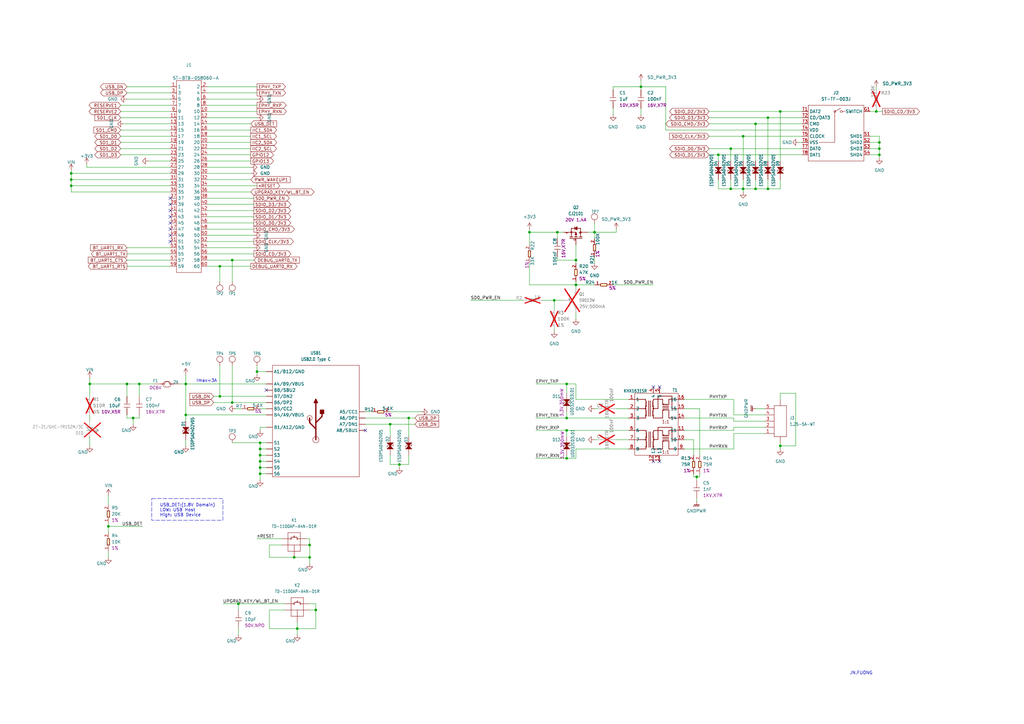
<source format=kicad_sch>
(kicad_sch (version 20231120) (generator "eeschema") (generator_version "8.0")
  (paper "A3")
  (lib_symbols
    (symbol "P & G:+3V3" (power) (pin_names (offset 0))
      (property "Value" "+3V3" (at 0 3.556 0))
      (symbol "+3V3_1_1"
        (pin power_in line (at 0 0 90) (length 0) hide (name "+3V3") (number "1"))
      )
    )
    (symbol "P & G:+5V" (power) (pin_names (offset 0))
      (property "Value" "+5V" (at 0 3.556 0))
      (symbol "+5V_1_1"
        (pin power_in line (at 0 0 90) (length 0) hide (name "+5V") (number "1"))
      )
    )
    (symbol "P & G:GND" (power) (pin_names (offset 0))
      (property "Value" "GND" (at 0 -3.81 0))
      (symbol "GND_1_1"
        (pin power_in line (at 0 0 270) (length 0) hide (name "GND") (number "1"))
      )
    )
    (symbol "Power_Gnd:GNDPWR" (power) (pin_numbers hide) (pin_names (offset 0) hide)
      (property "Value" "GNDPWR" (at 0 -3.302 0))
      (symbol "GNDPWR_1_1"
        (pin power_in line (at 0 0 270) (length 0) (name "~") (number "1"))
      )
    )
    (symbol "Switch/311990111_1"
      (property "Reference" "K" (at -2.54 5.08 0))
      (property "Value" "TD-1100AP-A4N-D1R" (at -2.54 3.81 0))
      (symbol "Switch/311990111_1_1_0"
        (pin passive line (at -5.08 1.27 0) (length 2.54) (name "1") (number "1"))
        (pin passive line (at 5.08 1.27 180) (length 2.54) (name "2") (number "2"))
        (pin passive line (at -5.08 -1.27 0) (length 2.54) (name "S1") (number "S1"))
        (pin passive line (at 0 -6.35 90) (length 2.54) (name "S2") (number "S2"))
        (pin passive line (at 5.08 -1.27 180) (length 2.54) (name "S3") (number "S3"))
      )
    )
    (symbol "libdb:Capacitors/302010001" (pin_numbers hide) (pin_names hide)
      (property "Reference" "C" (at 3.175 0 0))
      (property "Value" "10pF" (at 5.715 -1.905 0))
      (property "Voltage Rating" "50V,NPO" (at 0 0 0))
      (symbol "Capacitors/302010001_1_1"
        (pin passive line (at 0 3.81 270) (length 2.54) (name "1") (number "1"))
        (pin passive line (at 0 -3.81 90) (length 2.54) (name "2") (number "2"))
      )
    )
    (symbol "libdb:Capacitors/302010004" (pin_numbers hide) (pin_names hide)
      (property "Reference" "C" (at 3.175 0 0))
      (property "Value" "100nF" (at 5.715 -1.905 0))
      (property "Voltage Rating" "16V,X7R" (at 0 0 0))
      (symbol "Capacitors/302010004_1_1"
        (pin passive line (at 0 3.81 270) (length 2.54) (name "1") (number "1"))
        (pin passive line (at 0 -3.81 90) (length 2.54) (name "2") (number "2"))
      )
    )
    (symbol "libdb:Capacitors/302010040" (pin_numbers hide) (pin_names hide)
      (property "Reference" "C" (at 3.175 0 0))
      (property "Value" "1uF" (at 5.715 -1.905 0))
      (property "Voltage Rating" "10V,X5R" (at 0 0 0))
      (symbol "Capacitors/302010040_1_1"
        (pin passive line (at 0 3.81 270) (length 2.54) (name "1") (number "1"))
        (pin passive line (at 0 -3.81 90) (length 2.54) (name "2") (number "2"))
      )
    )
    (symbol "libdb:Capacitors/302010103" (pin_numbers hide) (pin_names hide)
      (property "Reference" "C" (at 3.175 0 0))
      (property "Value" "10uF" (at 5.715 -1.905 0))
      (property "Voltage Rating" "10V,X5R" (at 0 0 0))
      (symbol "Capacitors/302010103_1_1"
        (pin passive line (at 0 3.81 270) (length 2.54) (name "1") (number "1"))
        (pin passive line (at 0 -3.81 90) (length 2.54) (name "2") (number "2"))
      )
    )
    (symbol "libdb:Capacitors/302010189" (pin_numbers hide) (pin_names hide)
      (property "Reference" "C" (at 3.175 0 0))
      (property "Value" "1nF" (at 5.715 -1.905 0))
      (property "Voltage Rating" "1KV,X7R" (at 0 0 0))
      (symbol "Capacitors/302010189_1_1"
        (pin passive line (at 0 3.81 270) (length 2.54) (name "1") (number "1"))
        (pin passive line (at 0 -3.81 90) (length 2.54) (name "2") (number "2"))
      )
    )
    (symbol "libdb:Connector/1.25-5A-WT"
      (property "Reference" "J" (at -2.54 5.08 0))
      (property "Value" "1.25-5A-WT" (at -2.54 3.81 0))
      (symbol "Connector/1.25-5A-WT_1_0"
        (pin passive line (at 6.35 2.54 180) (length 2.54) (name "1") (number "1"))
        (pin passive line (at 6.35 0 180) (length 2.54) (name "2") (number "2"))
        (pin passive line (at 6.35 -2.54 180) (length 2.54) (name "3") (number "3"))
        (pin passive line (at 6.35 -5.08 180) (length 2.54) (name "4") (number "4"))
        (pin passive line (at 6.35 -7.62 180) (length 2.54) (name "5") (number "5"))
        (pin passive line (at 0 6.35 270) (length 2.54) (name "6") (number "6"))
        (pin passive line (at 0 -11.43 90) (length 2.54) (name "7") (number "7"))
      )
    )
    (symbol "libdb:Connector/320010943"
      (property "Reference" "USB" (at -17.78 22.86 0))
      (property "Value" "USB2.0 Type C" (at 12.7 22.86 0))
      (symbol "Connector/320010943_1_0"
        (pin passive line (at -20.32 20.32 0) (length 2.54) (name "A1/B12/GND") (number "A1_B12"))
        (pin passive line (at -20.32 15.24 0) (length 2.54) (name "A4/B9/VBUS") (number "A4_B9"))
        (pin passive line (at 20.32 3.81 180) (length 2.54) (name "A5/CC1") (number "A5"))
        (pin passive line (at 20.32 1.27 180) (length 2.54) (name "A6/DP1") (number "A6"))
        (pin passive line (at 20.32 -1.27 180) (length 2.54) (name "A7/DN1") (number "A7"))
        (pin passive line (at 20.32 -3.81 180) (length 2.54) (name "A8/SBU1") (number "A8"))
        (pin passive line (at -20.32 -2.54 0) (length 2.54) (name "B1/A12/GND") (number "B1_A12"))
        (pin passive line (at -20.32 2.54 0) (length 2.54) (name "B4/A9/VBUS") (number "B4_A9"))
        (pin passive line (at -20.32 5.08 0) (length 2.54) (name "B5/CC2") (number "B5"))
        (pin passive line (at -20.32 7.62 0) (length 2.54) (name "B6/DP2") (number "B6"))
        (pin passive line (at -20.32 10.16 0) (length 2.54) (name "B7/DN2") (number "B7"))
        (pin passive line (at -20.32 12.7 0) (length 2.54) (name "B8/SBU2") (number "B8"))
        (pin passive line (at -20.32 -8.89 0) (length 2.54) (name "S1") (number "S1"))
        (pin passive line (at -20.32 -11.43 0) (length 2.54) (name "S2") (number "S2"))
        (pin passive line (at -20.32 -13.97 0) (length 2.54) (name "S3") (number "S3"))
        (pin passive line (at -20.32 -16.51 0) (length 2.54) (name "S4") (number "S4"))
        (pin passive line (at -20.32 -19.05 0) (length 2.54) (name "S5") (number "S5"))
        (pin passive line (at -20.32 -21.59 0) (length 2.54) (name "S6") (number "S6"))
      )
    )
    (symbol "libdb:Connector/320090000"
      (property "Reference" "J" (at -8.89 13.97 0))
      (property "Value" "ST-TF-003J" (at 10.16 12.7 0))
      (symbol "Connector/320090000_1_1"
        (pin passive line (at 15.24 8.89 180) (length 2.54) (name "SWITCH") (number "G1"))
        (pin passive line (at 15.24 -1.27 180) (length 2.54) (name "SHD1") (number "S1"))
        (pin passive line (at 15.24 -3.81 180) (length 2.54) (name "SHD2") (number "S2"))
        (pin passive line (at 15.24 -6.35 180) (length 2.54) (name "SHD3") (number "S3"))
        (pin passive line (at 15.24 -8.89 180) (length 2.54) (name "SHD4") (number "S4"))
        (pin passive line (at -12.7 8.89 0) (length 2.54) (name "DAT2") (number "T1"))
        (pin passive line (at -12.7 6.35 0) (length 2.54) (name "CD/DAT3") (number "T2"))
        (pin passive line (at -12.7 3.81 0) (length 2.54) (name "CMD") (number "T3"))
        (pin passive line (at -12.7 1.27 0) (length 2.54) (name "VDD") (number "T4"))
        (pin passive line (at -12.7 -1.27 0) (length 2.54) (name "CLOCK") (number "T5"))
        (pin passive line (at -12.7 -3.81 0) (length 2.54) (name "VSS") (number "T6"))
        (pin passive line (at -12.7 -6.35 0) (length 2.54) (name "DAT0") (number "T7"))
        (pin passive line (at -12.7 -8.89 0) (length 2.54) (name "DAT1") (number "T8"))
      )
    )
    (symbol "libdb:Connector/ST-BTB-058060-A"
      (property "Reference" "J" (at -4.826 42.164 0))
      (property "Value" "ST-BTB-058060-A" (at -2.794 40.386 0))
      (symbol "Connector/ST-BTB-058060-A_1_0"
        (pin passive line (at 7.62 -26.67 180) (length 2.54) (name "51") (number "51"))
        (pin passive line (at -7.62 -26.67 0) (length 2.54) (name "52") (number "52"))
        (pin passive line (at 7.62 -29.21 180) (length 2.54) (name "53") (number "53"))
        (pin passive line (at -7.62 -29.21 0) (length 2.54) (name "54") (number "54"))
        (pin passive line (at 7.62 -31.75 180) (length 2.54) (name "55") (number "55"))
        (pin passive line (at -7.62 -31.75 0) (length 2.54) (name "56") (number "56"))
        (pin passive line (at 7.62 -34.29 180) (length 2.54) (name "57") (number "57"))
        (pin passive line (at -7.62 -34.29 0) (length 2.54) (name "58") (number "58"))
        (pin passive line (at 7.62 -36.83 180) (length 2.54) (name "59") (number "59"))
        (pin passive line (at -7.62 -36.83 0) (length 2.54) (name "60") (number "60"))
      )
      (symbol "Connector/ST-BTB-058060-A_1_1"
        (pin passive line (at 7.62 36.83 180) (length 2.54) (name "1") (number "1"))
        (pin passive line (at -7.62 26.67 0) (length 2.54) (name "10") (number "10"))
        (pin passive line (at 7.62 24.13 180) (length 2.54) (name "11") (number "11"))
        (pin passive line (at -7.62 24.13 0) (length 2.54) (name "12") (number "12"))
        (pin passive line (at 7.62 21.59 180) (length 2.54) (name "13") (number "13"))
        (pin passive line (at -7.62 21.59 0) (length 2.54) (name "14") (number "14"))
        (pin passive line (at 7.62 19.05 180) (length 2.54) (name "15") (number "15"))
        (pin passive line (at -7.62 19.05 0) (length 2.54) (name "16") (number "16"))
        (pin passive line (at 7.62 16.51 180) (length 2.54) (name "17") (number "17"))
        (pin passive line (at -7.62 16.51 0) (length 2.54) (name "18") (number "18"))
        (pin passive line (at 7.62 13.97 180) (length 2.54) (name "19") (number "19"))
        (pin passive line (at -7.62 36.83 0) (length 2.54) (name "2") (number "2"))
        (pin passive line (at -7.62 13.97 0) (length 2.54) (name "20") (number "20"))
        (pin passive line (at 7.62 11.43 180) (length 2.54) (name "21") (number "21"))
        (pin passive line (at -7.62 11.43 0) (length 2.54) (name "22") (number "22"))
        (pin passive line (at 7.62 8.89 180) (length 2.54) (name "23") (number "23"))
        (pin passive line (at -7.62 8.89 0) (length 2.54) (name "24") (number "24"))
        (pin passive line (at 7.62 6.35 180) (length 2.54) (name "25") (number "25"))
        (pin passive line (at -7.62 6.35 0) (length 2.54) (name "26") (number "26"))
        (pin passive line (at 7.62 3.81 180) (length 2.54) (name "27") (number "27"))
        (pin passive line (at -7.62 3.81 0) (length 2.54) (name "28") (number "28"))
        (pin passive line (at 7.62 1.27 180) (length 2.54) (name "29") (number "29"))
        (pin passive line (at 7.62 34.29 180) (length 2.54) (name "3") (number "3"))
        (pin passive line (at -7.62 1.27 0) (length 2.54) (name "30") (number "30"))
        (pin passive line (at 7.62 -1.27 180) (length 2.54) (name "31") (number "31"))
        (pin passive line (at -7.62 -1.27 0) (length 2.54) (name "32") (number "32"))
        (pin passive line (at 7.62 -3.81 180) (length 2.54) (name "33") (number "33"))
        (pin passive line (at -7.62 -3.81 0) (length 2.54) (name "34") (number "34"))
        (pin passive line (at 7.62 -6.35 180) (length 2.54) (name "35") (number "35"))
        (pin passive line (at -7.62 -6.35 0) (length 2.54) (name "36") (number "36"))
        (pin passive line (at 7.62 -8.89 180) (length 2.54) (name "37") (number "37"))
        (pin passive line (at -7.62 -8.89 0) (length 2.54) (name "38") (number "38"))
        (pin passive line (at 7.62 -11.43 180) (length 2.54) (name "39") (number "39"))
        (pin passive line (at -7.62 34.29 0) (length 2.54) (name "4") (number "4"))
        (pin passive line (at -7.62 -11.43 0) (length 2.54) (name "40") (number "40"))
        (pin passive line (at 7.62 -13.97 180) (length 2.54) (name "41") (number "41"))
        (pin passive line (at -7.62 -13.97 0) (length 2.54) (name "42") (number "42"))
        (pin passive line (at 7.62 -16.51 180) (length 2.54) (name "43") (number "43"))
        (pin passive line (at -7.62 -16.51 0) (length 2.54) (name "44") (number "44"))
        (pin passive line (at 7.62 -19.05 180) (length 2.54) (name "45") (number "45"))
        (pin passive line (at -7.62 -19.05 0) (length 2.54) (name "46") (number "46"))
        (pin passive line (at 7.62 -21.59 180) (length 2.54) (name "47") (number "47"))
        (pin passive line (at -7.62 -21.59 0) (length 2.54) (name "48") (number "48"))
        (pin passive line (at 7.62 -24.13 180) (length 2.54) (name "49") (number "49"))
        (pin passive line (at 7.62 31.75 180) (length 2.54) (name "5") (number "5"))
        (pin passive line (at -7.62 -24.13 0) (length 2.54) (name "50") (number "50"))
        (pin passive line (at -7.62 31.75 0) (length 2.54) (name "6") (number "6"))
        (pin passive line (at 7.62 29.21 180) (length 2.54) (name "7") (number "7"))
        (pin passive line (at -7.62 29.21 0) (length 2.54) (name "8") (number "8"))
        (pin passive line (at 7.62 26.67 180) (length 2.54) (name "9") (number "9"))
      )
    )
    (symbol "libdb:Diode/304060074"
      (property "Reference" "D" (at -1.905 1.27 0))
      (property "Value" "ESDPSA0402V05" (at 1.27 1.27 0))
      (symbol "Diode/304060074_1_0"
        (pin passive line (at -3.81 0 0) (length 2.54) (name "1") (number "1"))
        (pin passive line (at 3.81 0 180) (length 2.54) (name "2") (number "2"))
      )
    )
    (symbol "libdb:Diode/304060354"
      (property "Reference" "D" (at -1.905 1.27 0))
      (property "Value" "UDD32C03L01" (at 1.27 1.27 0))
      (property "Rating" "3.3V,350mW" (at 0 0 0))
      (symbol "Diode/304060354_1_0"
        (pin passive line (at -3.81 0 0) (length 2.54) (name "1") (number "1"))
        (pin passive line (at 3.81 0 180) (length 2.54) (name "2") (number "2"))
      )
    )
    (symbol "libdb:Diode/304090030"
      (property "Reference" "D" (at -2.032 1.016 0))
      (property "Value" "27-21/GHC-YR1S2M/3C" (at 1.397 0.889 0))
      (symbol "Diode/304090030_1_0"
        (pin passive line (at -2.54 0 0) (length 2.54) (name "+") (number "1"))
        (pin passive line (at 3.81 0 180) (length 2.54) (name "-") (number "2"))
      )
    )
    (symbol "libdb:Fuse/307010043"
      (property "Reference" "F" (at -3.81 0.635 0))
      (property "Value" "2A" (at 0.635 0.635 0))
      (property "Rating" "DC6V" (at 0 0 0))
      (symbol "Fuse/307010043_1_0"
        (pin passive line (at -5.08 0 0) (length 2.54) (name "1") (number "1"))
        (pin passive line (at 5.08 0 180) (length 2.54) (name "2") (number "2"))
      )
    )
    (symbol "libdb:Misc/KHX1631SR"
      (property "Reference" "T" (at -8.89 14.732 0))
      (property "Value" "KHX1631SR" (at -8.89 12.954 0))
      (symbol "Misc/KHX1631SR_1_0"
        (pin passive line (at -11.43 10.16 0) (length 2.54) (name "1") (number "1"))
        (pin passive line (at 11.43 -6.35 180) (length 2.54) (name "10") (number "10"))
        (pin passive line (at 11.43 -2.54 180) (length 2.54) (name "11") (number "11"))
        (pin passive line (at -1.27 -15.24 90) (length 2.54) (name "12") (number "12"))
        (pin passive line (at 1.27 -15.24 90) (length 2.54) (name "13") (number "13"))
        (pin passive line (at 11.43 2.54 180) (length 2.54) (name "14") (number "14"))
        (pin passive line (at 11.43 6.35 180) (length 2.54) (name "15") (number "15"))
        (pin passive line (at 11.43 10.16 180) (length 2.54) (name "16") (number "16"))
        (pin passive line (at -11.43 6.35 0) (length 2.54) (name "2") (number "2"))
        (pin passive line (at -11.43 2.54 0) (length 2.54) (name "3") (number "3"))
        (pin passive line (at -1.27 15.24 270) (length 2.54) (name "4") (number "4"))
        (pin passive line (at 1.27 15.24 270) (length 2.54) (name "5") (number "5"))
        (pin passive line (at -11.43 -2.54 0) (length 2.54) (name "6") (number "6"))
        (pin passive line (at -11.43 -6.35 0) (length 2.54) (name "7") (number "7"))
        (pin passive line (at -11.43 -10.16 0) (length 2.54) (name "8") (number "8"))
        (pin passive line (at 11.43 -10.16 180) (length 2.54) (name "9") (number "9"))
      )
      (symbol "Misc/KHX1631SR_1_1"
        (text "1:1" (at 3.81 -11.43 0) (effects (font (size 1.27 1.27))))
        (text "1:1" (at 3.81 1.016 0) (effects (font (size 1.27 1.27))))
      )
    )
    (symbol "libdb:Misc/TP35C_SMD"
      (property "Reference" "TP" (at -2.54 0 0))
      (property "Value" "Test Point" (at 5.08 0 0))
      (symbol "Misc/TP35C_SMD_1_0"
        (pin passive line (at -2.54 0 0) (length 0) (name "T") (number "1"))
      )
    )
    (symbol "libdb:Mosfet/305030084"
      (property "Reference" "Q" (at -2.54 2.54 0))
      (property "Value" "CJ2101" (at 0 2.54 0))
      (property "Rating" "20V 1.4A" (at 0 0 0))
      (symbol "Mosfet/305030084_1_0"
        (text "D" (at -0.635 2.2225 0) (effects (font (size 0.8128 0.6908)) (justify left bottom)))
        (text "G" (at -3.4925 0 0) (effects (font (size 0.8128 0.6908)) (justify left bottom)))
        (text "S" (at -0.635 -3.175 0) (effects (font (size 0.8128 0.6908)) (justify left bottom)))
        (pin passive line (at -5.08 0 0) (length 2.54) (name "G") (number "1"))
        (pin passive line (at 0 -5.08 90) (length 2.54) (name "S") (number "2"))
        (pin passive line (at 0 5.08 270) (length 2.54) (name "D") (number "3"))
      )
    )
    (symbol "libdb:Resistors/301010005" (pin_names (offset 1.016))
      (property "Reference" "R" (at -1.905 0.635 0))
      (property "Value" "47K" (at 0.635 0.635 0))
      (property "Power Rating" "5%" (at 0 0 0))
      (symbol "Resistors/301010005_0_0"
        (pin passive line (at -3.81 0 0) (length 2.54) (name "~") (number "1"))
        (pin passive line (at 3.81 0 180) (length 2.54) (name "~") (number "2"))
      )
    )
    (symbol "libdb:Resistors/301010006" (pin_names (offset 1.016))
      (property "Reference" "R" (at -1.905 0.635 0))
      (property "Value" "1K" (at 0.635 0.635 0))
      (property "Power Rating" "5%" (at 0 0 0))
      (symbol "Resistors/301010006_0_0"
        (pin passive line (at -3.81 0 0) (length 2.54) (name "~") (number "1"))
        (pin passive line (at 3.81 0 180) (length 2.54) (name "~") (number "2"))
      )
    )
    (symbol "libdb:Resistors/301010017" (pin_names (offset 1.016))
      (property "Reference" "R" (at -1.905 0.635 0))
      (property "Value" "5.1K" (at 0.635 0.635 0))
      (property "Power Rating" "5%" (at 0 0 0))
      (symbol "Resistors/301010017_0_0"
        (pin passive line (at -3.81 0 0) (length 2.54) (name "~") (number "1"))
        (pin passive line (at 3.81 0 180) (length 2.54) (name "~") (number "2"))
      )
    )
    (symbol "libdb:Resistors/301010047" (pin_names (offset 1.016))
      (property "Reference" "R" (at -1.905 0.635 0))
      (property "Value" "10K" (at 0.635 0.635 0))
      (property "Power Rating" "1%" (at 0 0 0))
      (symbol "Resistors/301010047_0_0"
        (pin passive line (at -3.81 0 0) (length 2.54) (name "~") (number "1"))
        (pin passive line (at 3.81 0 180) (length 2.54) (name "~") (number "2"))
      )
    )
    (symbol "libdb:Resistors/301010050" (pin_names (offset 1.016))
      (property "Reference" "R" (at -1.905 0.635 0))
      (property "Value" "510R" (at 0.635 0.635 0))
      (property "Power Rating" "5%" (at 0 0 0))
      (symbol "Resistors/301010050_0_0"
        (pin passive line (at -3.81 0 0) (length 2.54) (name "~") (number "1"))
        (pin passive line (at 3.81 0 180) (length 2.54) (name "~") (number "2"))
      )
    )
    (symbol "libdb:Resistors/301010072" (pin_names (offset 1.016))
      (property "Reference" "R" (at -1.905 0.635 0))
      (property "Value" "20K" (at 0.635 0.635 0))
      (property "Power Rating" "1%" (at 0 0 0))
      (symbol "Resistors/301010072_0_0"
        (pin passive line (at -3.81 0 0) (length 2.54) (name "~") (number "1"))
        (pin passive line (at 3.81 0 180) (length 2.54) (name "~") (number "2"))
      )
    )
    (symbol "libdb:Resistors/301010269" (pin_names (offset 1.016))
      (property "Reference" "R" (at -1.905 0.635 0))
      (property "Value" "75R" (at 0.635 0.635 0))
      (property "Power Rating" "1%" (at 0 0 0))
      (symbol "Resistors/301010269_0_0"
        (pin passive line (at -3.81 0 0) (length 2.54) (name "~") (number "1"))
        (pin passive line (at 3.81 0 180) (length 2.54) (name "~") (number "2"))
      )
    )
    (symbol "libdb:Resistors/301010441" (pin_names (offset 1.016))
      (property "Reference" "R" (at -1.905 0.635 0))
      (property "Value" "33K" (at 0.635 0.635 0))
      (property "Power Rating" "1%" (at 0 0 0))
      (symbol "Resistors/301010441_0_0"
        (pin passive line (at -3.81 0 0) (length 2.54) (name "~") (number "1"))
        (pin passive line (at 3.81 0 180) (length 2.54) (name "~") (number "2"))
      )
    )
    (symbol "libdb:Resistors/301010456" (pin_names (offset 1.016))
      (property "Reference" "R" (at -1.905 0.635 0))
      (property "Value" "100K" (at 0.635 0.635 0))
      (property "Power Rating" "1%" (at 0 0 0))
      (symbol "Resistors/301010456_0_0"
        (pin passive line (at -3.81 0 0) (length 2.54) (name "~") (number "1"))
        (pin passive line (at 3.81 0 180) (length 2.54) (name "~") (number "2"))
      )
    )
    (symbol "libdb:Switch/311990111"
      (property "Reference" "K" (at -2.54 5.08 0))
      (property "Value" "TD-1100AP-A4N-D1R" (at -2.54 3.81 0))
      (symbol "Switch/311990111_1_0"
        (pin passive line (at -5.08 1.27 0) (length 2.54) (name "1") (number "1"))
        (pin passive line (at 5.08 1.27 180) (length 2.54) (name "2") (number "2"))
        (pin passive line (at -5.08 -1.27 0) (length 2.54) (name "S1") (number "S1"))
        (pin passive line (at 0 -6.35 90) (length 2.54) (name "S2") (number "S2"))
        (pin passive line (at 5.08 -1.27 180) (length 2.54) (name "S3") (number "S3"))
      )
    )
    (symbol "libdb:Transistor/305010001"
      (property "Reference" "Q" (at -2.54 1.27 0))
      (property "Value" "S9013W" (at 0 1.27 0))
      (property "Rating" "25V,500mA" (at 0 0 0))
      (symbol "Transistor/305010001_1_0"
        (text "B" (at -0.635 0 0) (effects (font (size 0.635 0.5397)) (justify left bottom)))
        (text "C" (at 1.905 2.54 0) (effects (font (size 0.635 0.5397)) (justify left bottom)))
        (text "E" (at 1.905 -3.175 0) (effects (font (size 0.635 0.5397)) (justify left bottom)))
        (pin passive line (at -2.54 0 0) (length 2.54) (name "B") (number "1"))
        (pin passive line (at 2.54 -5.08 90) (length 2.54) (name "E") (number "2"))
        (pin passive line (at 2.54 5.08 270) (length 2.54) (name "C") (number "3"))
      )
    )
  )
  (junction (at 285.75 195.58))
  (junction (at 360.68 58.42))
  (junction (at 243.84 95.25))
  (junction (at 120.65 228.6))
  (junction (at 95.25 165.1))
  (junction (at 304.8 55.88))
  (junction (at 294.64 63.5))
  (junction (at 127 223.52))
  (junction (at 76.2 170.18))
  (junction (at 232.41 171.45))
  (junction (at 97.79 247.65))
  (junction (at 29.21 71.12))
  (junction (at 299.72 60.96))
  (junction (at 359.41 45.72))
  (junction (at 217.17 95.25))
  (junction (at 44.45 215.9))
  (junction (at 160.02 173.99))
  (junction (at 320.04 45.72))
  (junction (at 163.83 190.5))
  (junction (at 106.68 184.15))
  (junction (at 167.64 171.45))
  (junction (at 106.68 194.31))
  (junction (at 106.68 181.61))
  (junction (at 360.68 63.5))
  (junction (at 106.68 191.77))
  (junction (at 262.89 35.56))
  (junction (at 127 228.6))
  (junction (at 52.07 157.48))
  (junction (at 90.17 162.56))
  (junction (at 232.41 176.53))
  (junction (at 304.8 77.47))
  (junction (at 90.17 109.22))
  (junction (at 106.68 189.23))
  (junction (at 309.88 77.47))
  (junction (at 360.68 60.96))
  (junction (at 314.96 48.26))
  (junction (at 106.68 186.69))
  (junction (at 121.92 257.81))
  (junction (at 76.2 157.48))
  (junction (at 54.61 171.45))
  (junction (at 309.88 50.8))
  (junction (at 29.21 73.66))
  (junction (at 227.33 123.19))
  (junction (at 29.21 76.2))
  (junction (at 228.6 95.25))
  (junction (at 105.41 152.4))
  (junction (at 236.22 106.68))
  (junction (at 36.83 157.48))
  (junction (at 129.54 250.19))
  (junction (at 299.72 77.47))
  (junction (at 320.04 182.88))
  (junction (at 232.41 157.48))
  (junction (at 95.25 106.68))
  (junction (at 314.96 77.47))
  (junction (at 236.22 116.84))
  (junction (at 57.15 157.48))
  (junction (at 232.41 187.96))
  (no_connect (at 267.97 189.23))
  (no_connect (at 69.85 81.28))
  (no_connect (at 69.85 93.98))
  (no_connect (at 149.86 176.53))
  (no_connect (at 69.85 86.36))
  (no_connect (at 267.97 158.75))
  (no_connect (at 270.51 158.75))
  (no_connect (at 69.85 83.82))
  (no_connect (at 69.85 91.44))
  (no_connect (at 270.51 189.23))
  (no_connect (at 69.85 88.9))
  (no_connect (at 109.22 160.02))
  (no_connect (at 69.85 99.06))
  (no_connect (at 69.85 96.52))
  (wire (pts (xy 328.93 53.34) (xy 273.05 53.34)))
  (wire (pts (xy 299.72 77.47) (xy 304.8 77.47)))
  (wire (pts (xy 29.21 71.12) (xy 29.21 73.66)))
  (wire (pts (xy 299.72 60.96) (xy 299.72 66.04)))
  (wire (pts (xy 300.99 176.53) (xy 300.99 175.26)))
  (wire (pts (xy 232.41 157.48) (xy 232.41 161.29)))
  (wire (pts (xy 236.22 157.48) (xy 236.22 163.83)))
  (wire (pts (xy 304.8 77.47) (xy 304.8 78.74)))
  (wire (pts (xy 104.14 93.98) (xy 85.09 93.98)))
  (wire (pts (xy 273.05 35.56) (xy 262.89 35.56)))
  (wire (pts (xy 320.04 181.61) (xy 320.04 182.88)))
  (wire (pts (xy 106.68 167.64) (xy 109.22 167.64)))
  (wire (pts (xy 76.2 180.34) (xy 76.2 182.88)))
  (wire (pts (xy 300.99 170.18) (xy 313.69 170.18)))
  (wire (pts (xy 90.17 162.56) (xy 109.22 162.56)))
  (wire (pts (xy 106.68 184.15) (xy 106.68 186.69)))
  (wire (pts (xy 90.17 109.22) (xy 102.87 109.22)))
  (wire (pts (xy 110.49 257.81) (xy 121.92 257.81)))
  (wire (pts (xy 236.22 184.15) (xy 257.81 184.15)))
  (wire (pts (xy 97.79 247.65) (xy 97.79 250.19)))
  (wire (pts (xy 290.83 45.72) (xy 320.04 45.72)))
  (wire (pts (xy 280.67 167.64) (xy 287.02 167.64)))
  (wire (pts (xy 284.48 195.58) (xy 284.48 194.31)))
  (wire (pts (xy 105.41 152.4) (xy 105.41 153.67)))
  (wire (pts (xy 285.75 204.47) (xy 285.75 205.74)))
  (wire (pts (xy 217.17 95.25) (xy 228.6 95.25)))
  (wire (pts (xy 85.09 71.12) (xy 102.87 71.12)))
  (wire (pts (xy 104.14 91.44) (xy 85.09 91.44)))
  (wire (pts (xy 49.53 45.72) (xy 69.85 45.72)))
  (wire (pts (xy 241.3 95.25) (xy 243.84 95.25)))
  (wire (pts (xy 57.15 157.48) (xy 57.15 162.56)))
  (wire (pts (xy 280.67 171.45) (xy 300.99 171.45)))
  (wire (pts (xy 97.79 257.81) (xy 97.79 260.35)))
  (wire (pts (xy 320.04 161.29) (xy 326.39 161.29)))
  (wire (pts (xy 127 220.98) (xy 127 223.52)))
  (wire (pts (xy 320.04 45.72) (xy 320.04 66.04)))
  (wire (pts (xy 106.68 175.26) (xy 106.68 176.53)))
  (wire (pts (xy 356.87 60.96) (xy 360.68 60.96)))
  (wire (pts (xy 115.57 223.52) (xy 110.49 223.52)))
  (wire (pts (xy 44.45 214.63) (xy 44.45 215.9)))
  (wire (pts (xy 294.64 63.5) (xy 328.93 63.5)))
  (wire (pts (xy 251.46 35.56) (xy 251.46 36.83)))
  (wire (pts (xy 44.45 226.06) (xy 44.45 228.6)))
  (wire (pts (xy 36.83 170.18) (xy 36.83 172.72)))
  (wire (pts (xy 73.66 157.48) (xy 76.2 157.48)))
  (wire (pts (xy 290.83 55.88) (xy 304.8 55.88)))
  (wire (pts (xy 300.99 177.8) (xy 313.69 177.8)))
  (wire (pts (xy 163.83 190.5) (xy 167.64 190.5)))
  (wire (pts (xy 359.41 44.45) (xy 359.41 45.72)))
  (wire (pts (xy 95.25 165.1) (xy 109.22 165.1)))
  (wire (pts (xy 236.22 163.83) (xy 257.81 163.83)))
  (wire (pts (xy 95.25 149.86) (xy 95.25 165.1)))
  (wire (pts (xy 304.8 55.88) (xy 304.8 66.04)))
  (wire (pts (xy 76.2 157.48) (xy 109.22 157.48)))
  (wire (pts (xy 287.02 194.31) (xy 287.02 195.58)))
  (wire (pts (xy 359.41 35.56) (xy 359.41 36.83)))
  (wire (pts (xy 76.2 153.67) (xy 76.2 157.48)))
  (wire (pts (xy 109.22 181.61) (xy 106.68 181.61)))
  (wire (pts (xy 95.25 106.68) (xy 95.25 115.57)))
  (wire (pts (xy 90.17 149.86) (xy 90.17 162.56)))
  (wire (pts (xy 109.22 191.77) (xy 106.68 191.77)))
  (wire (pts (xy 232.41 176.53) (xy 232.41 179.07)))
  (wire (pts (xy 121.92 257.81) (xy 121.92 255.27)))
  (wire (pts (xy 127 250.19) (xy 129.54 250.19)))
  (wire (pts (xy 110.49 223.52) (xy 110.49 228.6)))
  (wire (pts (xy 105.41 35.56) (xy 85.09 35.56)))
  (wire (pts (xy 104.14 88.9) (xy 85.09 88.9)))
  (wire (pts (xy 360.68 58.42) (xy 360.68 60.96)))
  (wire (pts (xy 285.75 195.58) (xy 287.02 195.58)))
  (wire (pts (xy 252.73 180.34) (xy 257.81 180.34)))
  (wire (pts (xy 105.41 43.18) (xy 85.09 43.18)))
  (wire (pts (xy 294.64 63.5) (xy 294.64 66.04)))
  (wire (pts (xy 356.87 58.42) (xy 360.68 58.42)))
  (wire (pts (xy 102.87 73.66) (xy 85.09 73.66)))
  (wire (pts (xy 304.8 55.88) (xy 328.93 55.88)))
  (wire (pts (xy 52.07 38.1) (xy 69.85 38.1)))
  (wire (pts (xy 167.64 171.45) (xy 170.18 171.45)))
  (wire (pts (xy 285.75 196.85) (xy 285.75 195.58)))
  (wire (pts (xy 160.02 186.69) (xy 160.02 190.5)))
  (wire (pts (xy 314.96 48.26) (xy 314.96 66.04)))
  (wire (pts (xy 104.14 86.36) (xy 85.09 86.36)))
  (wire (pts (xy 85.09 109.22) (xy 90.17 109.22)))
  (wire (pts (xy 243.84 95.25) (xy 243.84 97.79)))
  (wire (pts (xy 320.04 77.47) (xy 320.04 73.66)))
  (wire (pts (xy 356.87 45.72) (xy 359.41 45.72)))
  (wire (pts (xy 104.14 83.82) (xy 85.09 83.82)))
  (wire (pts (xy 29.21 71.12) (xy 69.85 71.12)))
  (wire (pts (xy 251.46 116.84) (xy 267.97 116.84)))
  (wire (pts (xy 102.87 58.42) (xy 85.09 58.42)))
  (wire (pts (xy 90.17 109.22) (xy 90.17 115.57)))
  (wire (pts (xy 227.33 134.62) (xy 227.33 135.89)))
  (wire (pts (xy 87.63 165.1) (xy 95.25 165.1)))
  (wire (pts (xy 309.88 73.66) (xy 309.88 77.47)))
  (wire (pts (xy 294.64 77.47) (xy 299.72 77.47)))
  (wire (pts (xy 76.2 170.18) (xy 76.2 157.48)))
  (wire (pts (xy 149.86 173.99) (xy 160.02 173.99)))
  (wire (pts (xy 300.99 172.72) (xy 313.69 172.72)))
  (wire (pts (xy 106.68 189.23) (xy 106.68 191.77)))
  (wire (pts (xy 91.44 247.65) (xy 97.79 247.65)))
  (wire (pts (xy 326.39 182.88) (xy 320.04 182.88)))
  (wire (pts (xy 314.96 77.47) (xy 320.04 77.47)))
  (wire (pts (xy 243.84 95.25) (xy 252.73 95.25)))
  (wire (pts (xy 127 228.6) (xy 127 223.52)))
  (wire (pts (xy 110.49 250.19) (xy 110.49 257.81)))
  (wire (pts (xy 121.92 257.81) (xy 121.92 260.35)))
  (wire (pts (xy 116.84 250.19) (xy 110.49 250.19)))
  (wire (pts (xy 290.83 63.5) (xy 294.64 63.5)))
  (wire (pts (xy 29.21 73.66) (xy 69.85 73.66)))
  (wire (pts (xy 120.65 228.6) (xy 127 228.6)))
  (wire (pts (xy 232.41 168.91) (xy 232.41 171.45)))
  (wire (pts (xy 102.87 53.34) (xy 85.09 53.34)))
  (wire (pts (xy 97.79 247.65) (xy 116.84 247.65)))
  (wire (pts (xy 320.04 182.88) (xy 320.04 184.15)))
  (wire (pts (xy 217.17 93.98) (xy 217.17 95.25)))
  (wire (pts (xy 96.52 167.64) (xy 99.06 167.64)))
  (wire (pts (xy 309.88 77.47) (xy 314.96 77.47)))
  (wire (pts (xy 163.83 190.5) (xy 163.83 191.77)))
  (wire (pts (xy 232.41 186.69) (xy 232.41 187.96)))
  (wire (pts (xy 327.66 58.42) (xy 328.93 58.42)))
  (wire (pts (xy 127 223.52) (xy 125.73 223.52)))
  (wire (pts (xy 54.61 171.45) (xy 57.15 171.45)))
  (wire (pts (xy 356.87 63.5) (xy 360.68 63.5)))
  (wire (pts (xy 219.71 171.45) (xy 232.41 171.45)))
  (wire (pts (xy 85.09 66.04) (xy 102.87 66.04)))
  (wire (pts (xy 106.68 191.77) (xy 106.68 194.31)))
  (wire (pts (xy 104.14 81.28) (xy 85.09 81.28)))
  (wire (pts (xy 285.75 195.58) (xy 284.48 195.58)))
  (wire (pts (xy 29.21 69.85) (xy 29.21 71.12)))
  (wire (pts (xy 304.8 73.66) (xy 304.8 77.47)))
  (wire (pts (xy 106.68 184.15) (xy 109.22 184.15)))
  (wire (pts (xy 262.89 44.45) (xy 262.89 46.99)))
  (wire (pts (xy 87.63 162.56) (xy 90.17 162.56)))
  (wire (pts (xy 105.41 40.64) (xy 85.09 40.64)))
  (wire (pts (xy 300.99 175.26) (xy 313.69 175.26)))
  (wire (pts (xy 280.67 184.15) (xy 300.99 184.15)))
  (wire (pts (xy 127 228.6) (xy 127 231.14)))
  (wire (pts (xy 167.64 190.5) (xy 167.64 186.69)))
  (wire (pts (xy 109.22 175.26) (xy 106.68 175.26)))
  (wire (pts (xy 35.56 67.31) (xy 35.56 68.58)))
  (wire (pts (xy 290.83 48.26) (xy 314.96 48.26)))
  (wire (pts (xy 44.45 215.9) (xy 44.45 218.44)))
  (wire (pts (xy 280.67 176.53) (xy 300.99 176.53)))
  (wire (pts (xy 85.09 68.58) (xy 102.87 68.58)))
  (wire (pts (xy 52.07 170.18) (xy 52.07 171.45)))
  (wire (pts (xy 300.99 184.15) (xy 300.99 177.8)))
  (wire (pts (xy 309.88 50.8) (xy 309.88 66.04)))
  (wire (pts (xy 95.25 106.68) (xy 104.14 106.68)))
  (wire (pts (xy 57.15 171.45) (xy 57.15 170.18)))
  (wire (pts (xy 217.17 116.84) (xy 236.22 116.84)))
  (wire (pts (xy 127 247.65) (xy 129.54 247.65)))
  (wire (pts (xy 236.22 106.68) (xy 236.22 107.95)))
  (wire (pts (xy 49.53 58.42) (xy 69.85 58.42)))
  (wire (pts (xy 129.54 257.81) (xy 121.92 257.81)))
  (wire (pts (xy 273.05 53.34) (xy 273.05 35.56)))
  (wire (pts (xy 52.07 106.68) (xy 69.85 106.68)))
  (wire (pts (xy 314.96 48.26) (xy 328.93 48.26)))
  (wire (pts (xy 228.6 95.25) (xy 228.6 97.79)))
  (wire (pts (xy 236.22 128.27) (xy 236.22 130.81)))
  (wire (pts (xy 129.54 247.65) (xy 129.54 250.19)))
  (wire (pts (xy 360.68 55.88) (xy 360.68 58.42)))
  (wire (pts (xy 217.17 95.25) (xy 217.17 100.33)))
  (wire (pts (xy 106.68 181.61) (xy 106.68 184.15)))
  (wire (pts (xy 320.04 45.72) (xy 328.93 45.72)))
  (wire (pts (xy 105.41 149.86) (xy 105.41 152.4)))
  (wire (pts (xy 243.84 105.41) (xy 243.84 107.95)))
  (wire (pts (xy 236.22 100.33) (xy 236.22 106.68)))
  (wire (pts (xy 262.89 33.02) (xy 262.89 35.56)))
  (wire (pts (xy 49.53 55.88) (xy 69.85 55.88)))
  (wire (pts (xy 149.86 168.91) (xy 152.4 168.91)))
  (wire (pts (xy 105.41 38.1) (xy 85.09 38.1)))
  (wire (pts (xy 95.25 181.61) (xy 106.68 181.61)))
  (wire (pts (xy 243.84 91.44) (xy 243.84 95.25)))
  (wire (pts (xy 105.41 76.2) (xy 85.09 76.2)))
  (wire (pts (xy 304.8 77.47) (xy 309.88 77.47)))
  (wire (pts (xy 125.73 220.98) (xy 127 220.98)))
  (wire (pts (xy 160.02 190.5) (xy 163.83 190.5)))
  (wire (pts (xy 290.83 60.96) (xy 299.72 60.96)))
  (wire (pts (xy 106.68 186.69) (xy 106.68 189.23)))
  (wire (pts (xy 102.87 60.96) (xy 85.09 60.96)))
  (wire (pts (xy 110.49 228.6) (xy 120.65 228.6)))
  (wire (pts (xy 102.87 55.88) (xy 85.09 55.88)))
  (wire (pts (xy 52.07 162.56) (xy 52.07 157.48)))
  (wire (pts (xy 284.48 180.34) (xy 284.48 186.69)))
  (wire (pts (xy 129.54 250.19) (xy 129.54 257.81)))
  (wire (pts (xy 60.96 66.04) (xy 69.85 66.04)))
  (wire (pts (xy 232.41 176.53) (xy 257.81 176.53)))
  (wire (pts (xy 228.6 105.41) (xy 228.6 106.68)))
  (wire (pts (xy 104.14 101.6) (xy 85.09 101.6)))
  (wire (pts (xy 52.07 35.56) (xy 69.85 35.56)))
  (wire (pts (xy 320.04 163.83) (xy 320.04 161.29)))
  (wire (pts (xy 314.96 73.66) (xy 314.96 77.47)))
  (wire (pts (xy 52.07 40.64) (xy 69.85 40.64)))
  (wire (pts (xy 217.17 107.95) (xy 217.17 116.84)))
  (wire (pts (xy 219.71 187.96) (xy 232.41 187.96)))
  (wire (pts (xy 287.02 167.64) (xy 287.02 186.69)))
  (wire (pts (xy 160.02 173.99) (xy 170.18 173.99)))
  (wire (pts (xy 232.41 157.48) (xy 236.22 157.48)))
  (wire (pts (xy 290.83 50.8) (xy 309.88 50.8)))
  (wire (pts (xy 236.22 187.96) (xy 236.22 184.15)))
  (wire (pts (xy 85.09 106.68) (xy 95.25 106.68)))
  (wire (pts (xy 29.21 76.2) (xy 29.21 78.74)))
  (wire (pts (xy 309.88 50.8) (xy 328.93 50.8)))
  (wire (pts (xy 104.14 99.06) (xy 85.09 99.06)))
  (wire (pts (xy 243.84 180.34) (xy 245.11 180.34)))
  (wire (pts (xy 85.09 63.5) (xy 102.87 63.5)))
  (wire (pts (xy 167.64 171.45) (xy 167.64 179.07)))
  (wire (pts (xy 109.22 170.18) (xy 76.2 170.18)))
  (wire (pts (xy 300.99 163.83) (xy 300.99 170.18)))
  (wire (pts (xy 29.21 78.74) (xy 69.85 78.74)))
  (wire (pts (xy 326.39 161.29) (xy 326.39 182.88)))
  (wire (pts (xy 360.68 63.5) (xy 360.68 64.77)))
  (wire (pts (xy 105.41 48.26) (xy 85.09 48.26)))
  (wire (pts (xy 299.72 60.96) (xy 328.93 60.96)))
  (wire (pts (xy 36.83 157.48) (xy 52.07 157.48)))
  (wire (pts (xy 309.88 167.64) (xy 313.69 167.64)))
  (wire (pts (xy 280.67 163.83) (xy 300.99 163.83)))
  (wire (pts (xy 280.67 180.34) (xy 284.48 180.34)))
  (wire (pts (xy 356.87 55.88) (xy 360.68 55.88)))
  (wire (pts (xy 44.45 215.9) (xy 58.42 215.9)))
  (wire (pts (xy 35.56 68.58) (xy 69.85 68.58)))
  (wire (pts (xy 44.45 203.2) (xy 44.45 207.01)))
  (wire (pts (xy 222.25 123.19) (xy 227.33 123.19)))
  (wire (pts (xy 252.73 93.98) (xy 252.73 95.25)))
  (wire (pts (xy 109.22 194.31) (xy 106.68 194.31)))
  (wire (pts (xy 236.22 115.57) (xy 236.22 116.84)))
  (wire (pts (xy 106.68 194.31) (xy 106.68 196.85)))
  (wire (pts (xy 160.02 173.99) (xy 160.02 179.07)))
  (wire (pts (xy 105.41 220.98) (xy 115.57 220.98)))
  (wire (pts (xy 231.14 95.25) (xy 228.6 95.25)))
  (wire (pts (xy 29.21 76.2) (xy 69.85 76.2)))
  (wire (pts (xy 359.41 45.72) (xy 361.95 45.72)))
  (wire (pts (xy 52.07 157.48) (xy 57.15 157.48)))
  (wire (pts (xy 219.71 157.48) (xy 232.41 157.48)))
  (wire (pts (xy 104.14 96.52) (xy 85.09 96.52)))
  (wire (pts (xy 109.22 189.23) (xy 106.68 189.23)))
  (wire (pts (xy 251.46 44.45) (xy 251.46 46.99)))
  (wire (pts (xy 262.89 35.56) (xy 251.46 35.56)))
  (wire (pts (xy 262.89 35.56) (xy 262.89 36.83)))
  (wire (pts (xy 76.2 170.18) (xy 76.2 172.72)))
  (wire (pts (xy 299.72 73.66) (xy 299.72 77.47)))
  (wire (pts (xy 232.41 187.96) (xy 236.22 187.96)))
  (wire (pts (xy 52.07 171.45) (xy 54.61 171.45)))
  (wire (pts (xy 219.71 176.53) (xy 232.41 176.53)))
  (wire (pts (xy 227.33 123.19) (xy 231.14 123.19)))
  (wire (pts (xy 49.53 60.96) (xy 69.85 60.96)))
  (wire (pts (xy 36.83 179.07) (xy 36.83 182.88)))
  (wire (pts (xy 106.68 186.69) (xy 109.22 186.69)))
  (wire (pts (xy 57.15 157.48) (xy 63.5 157.48)))
  (wire (pts (xy 252.73 167.64) (xy 257.81 167.64)))
  (wire (pts (xy 102.87 50.8) (xy 85.09 50.8)))
  (wire (pts (xy 243.84 167.64) (xy 245.11 167.64)))
  (wire (pts (xy 228.6 106.68) (xy 236.22 106.68)))
  (wire (pts (xy 36.83 154.94) (xy 36.83 157.48)))
  (wire (pts (xy 102.87 78.74) (xy 85.09 78.74)))
  (wire (pts (xy 52.07 101.6) (xy 69.85 101.6)))
  (wire (pts (xy 49.53 48.26) (xy 69.85 48.26)))
  (wire (pts (xy 29.21 73.66) (xy 29.21 76.2)))
  (wire (pts (xy 49.53 53.34) (xy 69.85 53.34)))
  (wire (pts (xy 300.99 171.45) (xy 300.99 172.72)))
  (wire (pts (xy 236.22 116.84) (xy 236.22 118.11)))
  (wire (pts (xy 227.33 123.19) (xy 227.33 127)))
  (wire (pts (xy 193.04 123.19) (xy 214.63 123.19)))
  (wire (pts (xy 105.41 45.72) (xy 85.09 45.72)))
  (wire (pts (xy 54.61 171.45) (xy 54.61 173.99)))
  (wire (pts (xy 360.68 60.96) (xy 360.68 63.5)))
  (wire (pts (xy 52.07 104.14) (xy 69.85 104.14)))
  (wire (pts (xy 149.86 171.45) (xy 167.64 171.45)))
  (wire (pts (xy 50.8 50.8) (xy 69.85 50.8)))
  (wire (pts (xy 236.22 116.84) (xy 243.84 116.84)))
  (wire (pts (xy 160.02 168.91) (xy 172.72 168.91)))
  (wire (pts (xy 69.85 43.18) (xy 49.53 43.18)))
  (wire (pts (xy 294.64 73.66) (xy 294.64 77.47)))
  (wire (pts (xy 49.53 63.5) (xy 69.85 63.5)))
  (wire (pts (xy 36.83 157.48) (xy 36.83 162.56)))
  (wire (pts (xy 109.22 152.4) (xy 105.41 152.4)))
  (wire (pts (xy 232.41 171.45) (xy 257.81 171.45)))
  (wire (pts (xy 104.14 104.14) (xy 85.09 104.14)))
  (wire (pts (xy 52.07 109.22) (xy 69.85 109.22)))
  (rectangle (start 62.23 204.47) (end 91.44 213.36) (stroke (width 0) (type dash)))
  (text "JN.FUONG" (at 348.488 276.86 0) (effects (font (size 1.27 1.27)) (justify left bottom)))
  (text "USB_DET:(1.8V Domain)\nLOW: USB Host\nHigh: USB Device" (at 65.532 209.296 0) (effects (font (size 1.27 1.27)) (justify left)))
  (text "Imax=3A\n" (at 80.518 156.972 0) (effects (font (size 1.27 1.27)) (justify left bottom)))
  (label "EPHY_RXP" (at 219.71 176.53 0))
  (label "SD0_PWR_EN" (at 267.97 116.84 180))
  (label "PHYTXP" (at 290.83 163.83 0))
  (label "EPHY_TXN" (at 219.71 171.45 0))
  (label "PHYTXN" (at 290.83 171.45 0))
  (label "EPHY_TXP" (at 219.71 157.48 0))
  (label "PHYRXN" (at 290.83 184.15 0))
  (label "SD0_PWR_EN" (at 193.04 123.19 0))
  (label "nRESET" (at 105.41 220.98 0))
  (label "USB_DET" (at 58.42 215.9 180))
  (label "PHYRXP" (at 290.83 176.53 0))
  (label "EPHY_RXN" (at 219.71 187.96 0))
  (label "UPGRAD_KEY{slash}WL_BT_EN" (at 91.44 247.65 0))
  (global_label "EPHY_RXP" (shape output) (at 105.41 43.18 0) (property "Intersheetrefs" "${INTERSHEET_REFS}" (effects (hide yes))))
  (global_label "USB_DP" (shape input) (at 170.18 171.45 0) (property "Intersheetrefs" "${INTERSHEET_REFS}" (effects (hide yes))))
  (global_label "USB_DN" (shape input) (at 87.63 162.56 180) (property "Intersheetrefs" "${INTERSHEET_REFS}" (effects (hide yes))))
  (global_label "IIC1_SCL" (shape output) (at 102.87 55.88 0) (property "Intersheetrefs" "${INTERSHEET_REFS}" (effects (hide yes))))
  (global_label "IIC2_SCL" (shape output) (at 102.87 60.96 0) (property "Intersheetrefs" "${INTERSHEET_REFS}" (effects (hide yes))))
  (global_label "SDIO_CLK{slash}3V3" (shape input) (at 290.83 55.88 180) (property "Intersheetrefs" "${INTERSHEET_REFS}" (effects (hide yes))))
  (global_label "IIC1_SDA" (shape output) (at 102.87 53.34 0) (property "Intersheetrefs" "${INTERSHEET_REFS}" (effects (hide yes))))
  (global_label "BT_UART1_RTS" (shape output) (at 52.07 109.22 180) (property "Intersheetrefs" "${INTERSHEET_REFS}" (effects (hide yes))))
  (global_label "USB_DN" (shape input) (at 170.18 173.99 0) (property "Intersheetrefs" "${INTERSHEET_REFS}" (effects (hide yes))))
  (global_label "BT_UART1_TX" (shape output) (at 52.07 104.14 180) (property "Intersheetrefs" "${INTERSHEET_REFS}" (effects (hide yes))))
  (global_label "USB_DN" (shape bidirectional) (at 52.07 35.56 180) (property "Intersheetrefs" "${INTERSHEET_REFS}" (effects (hide yes))))
  (global_label "SDIO_D3{slash}3V3" (shape output) (at 104.14 83.82 0) (property "Intersheetrefs" "${INTERSHEET_REFS}" (effects (hide yes))))
  (global_label "IIC2_SDA" (shape output) (at 102.87 58.42 0) (property "Intersheetrefs" "${INTERSHEET_REFS}" (effects (hide yes))))
  (global_label "SDIO_CMD{slash}3V3" (shape bidirectional) (at 290.83 50.8 180) (property "Intersheetrefs" "${INTERSHEET_REFS}" (effects (hide yes))))
  (global_label "nRESET" (shape output) (at 105.41 76.2 0) (property "Intersheetrefs" "${INTERSHEET_REFS}" (effects (hide yes))))
  (global_label "SD1_D3" (shape bidirectional) (at 49.53 63.5 180) (property "Intersheetrefs" "${INTERSHEET_REFS}" (effects (hide yes))))
  (global_label "SD0_PWR_EN" (shape output) (at 104.14 81.28 0) (property "Intersheetrefs" "${INTERSHEET_REFS}" (effects (hide yes))))
  (global_label "RESERVE1" (shape bidirectional) (at 49.53 43.18 180) (property "Intersheetrefs" "${INTERSHEET_REFS}" (effects (hide yes))))
  (global_label "SDIO_CMD{slash}3V3" (shape output) (at 104.14 93.98 0) (property "Intersheetrefs" "${INTERSHEET_REFS}" (effects (hide yes))))
  (global_label "DEBUG_UART0_RX" (shape output) (at 102.87 109.22 0) (property "Intersheetrefs" "${INTERSHEET_REFS}" (effects (hide yes))))
  (global_label "GPIO13" (shape output) (at 102.87 66.04 0) (property "Intersheetrefs" "${INTERSHEET_REFS}" (effects (hide yes))))
  (global_label "SDIO_D1{slash}3V3" (shape output) (at 104.14 88.9 0) (property "Intersheetrefs" "${INTERSHEET_REFS}" (effects (hide yes))))
  (global_label "SDIO_CLK{slash}3V3" (shape output) (at 104.14 99.06 0) (property "Intersheetrefs" "${INTERSHEET_REFS}" (effects (hide yes))))
  (global_label "USB_DP" (shape bidirectional) (at 52.07 38.1 180) (property "Intersheetrefs" "${INTERSHEET_REFS}" (effects (hide yes))))
  (global_label "RESERVE2" (shape bidirectional) (at 49.53 45.72 180) (property "Intersheetrefs" "${INTERSHEET_REFS}" (effects (hide yes))))
  (global_label "USB_DET" (shape input) (at 102.87 50.8 0) (property "Intersheetrefs" "${INTERSHEET_REFS}" (effects (hide yes))))
  (global_label "SDIO_D1{slash}3V3" (shape bidirectional) (at 290.83 63.5 180) (property "Intersheetrefs" "${INTERSHEET_REFS}" (effects (hide yes))))
  (global_label "SDIO_D0{slash}3V3" (shape output) (at 104.14 91.44 0) (property "Intersheetrefs" "${INTERSHEET_REFS}" (effects (hide yes))))
  (global_label "SDIO_D0{slash}3V3" (shape bidirectional) (at 290.83 60.96 180) (property "Intersheetrefs" "${INTERSHEET_REFS}" (effects (hide yes))))
  (global_label "BT_UART1_RX" (shape input) (at 52.07 101.6 180) (property "Intersheetrefs" "${INTERSHEET_REFS}" (effects (hide yes))))
  (global_label "SDIO_D3{slash}3V3" (shape bidirectional) (at 290.83 48.26 180) (property "Intersheetrefs" "${INTERSHEET_REFS}" (effects (hide yes))))
  (global_label "BT_UART1_CTS" (shape input) (at 52.07 106.68 180) (property "Intersheetrefs" "${INTERSHEET_REFS}" (effects (hide yes))))
  (global_label "SD1_D0" (shape bidirectional) (at 49.53 55.88 180) (property "Intersheetrefs" "${INTERSHEET_REFS}" (effects (hide yes))))
  (global_label "SDIO_CD{slash}3V3" (shape output) (at 104.14 104.14 0) (property "Intersheetrefs" "${INTERSHEET_REFS}" (effects (hide yes))))
  (global_label "USB_DP" (shape input) (at 87.63 165.1 180) (property "Intersheetrefs" "${INTERSHEET_REFS}" (effects (hide yes))))
  (global_label "SDIO_D2{slash}3V3" (shape output) (at 104.14 86.36 0) (property "Intersheetrefs" "${INTERSHEET_REFS}" (effects (hide yes))))
  (global_label "SD1_CMD" (shape input) (at 49.53 53.34 180) (property "Intersheetrefs" "${INTERSHEET_REFS}" (effects (hide yes))))
  (global_label "SDIO_CD{slash}3V3" (shape output) (at 361.95 45.72 0) (property "Intersheetrefs" "${INTERSHEET_REFS}" (effects (hide yes))))
  (global_label "DEBUG_UART0_TX" (shape input) (at 104.14 106.68 0) (property "Intersheetrefs" "${INTERSHEET_REFS}" (effects (hide yes))))
  (global_label "UPGRAD_KEY{slash}WL_BT_EN" (shape bidirectional) (at 102.87 78.74 0) (property "Intersheetrefs" "${INTERSHEET_REFS}" (effects (hide yes))))
  (global_label "EPHY_TXN" (shape output) (at 105.41 38.1 0) (property "Intersheetrefs" "${INTERSHEET_REFS}" (effects (hide yes))))
  (global_label "GPIO12" (shape output) (at 102.87 63.5 0) (property "Intersheetrefs" "${INTERSHEET_REFS}" (effects (hide yes))))
  (global_label "EPHY_TXP" (shape output) (at 105.41 35.56 0) (property "Intersheetrefs" "${INTERSHEET_REFS}" (effects (hide yes))))
  (global_label "SD1_CLK" (shape input) (at 49.53 48.26 180) (property "Intersheetrefs" "${INTERSHEET_REFS}" (effects (hide yes))))
  (global_label "PWR_WAKEUP1" (shape input) (at 102.87 73.66 0) (property "Intersheetrefs" "${INTERSHEET_REFS}" (effects (hide yes))))
  (global_label "SD1_D1" (shape bidirectional) (at 49.53 58.42 180) (property "Intersheetrefs" "${INTERSHEET_REFS}" (effects (hide yes))))
  (global_label "SDIO_D2{slash}3V3" (shape bidirectional) (at 290.83 45.72 180) (property "Intersheetrefs" "${INTERSHEET_REFS}" (effects (hide yes))))
  (global_label "EPHY_RXN" (shape output) (at 105.41 45.72 0) (property "Intersheetrefs" "${INTERSHEET_REFS}" (effects (hide yes))))
  (global_label "SD1_D2" (shape bidirectional) (at 49.53 60.96 180) (property "Intersheetrefs" "${INTERSHEET_REFS}" (effects (hide yes))))
  (symbol (lib_id "P & G:+3V3") (at 217.17 93.98 0) (unit 1)
    (property "Reference" "#PWR037" (effects (hide yes)))
    (property "Value" "+3V3" (at 217.17 88.9 0))
  )
  (symbol (lib_id "libdb:Misc/TP35C_SMD") (at 95.25 147.32 90) (unit 1)
    (property "Reference" "TP5" (at 93.726 145.034 90) (effects (font (size 1.27 1.0795)) (justify right)))
    (property "Value" "Test Point" (effects (hide yes)))
    (property "Footprint" "Misc:TP-D35MIL" (effects (hide yes)))
    (property "Description" "Test Point;TP35C_SMD" (effects (hide yes)))
    (property "SKU" "TP35C_SMD" (effects (hide yes)))
    (property "Part Type" "Test Point" (effects (hide yes)))
  )
  (symbol (lib_id "libdb:Diode/304060074") (at 76.2 176.53 90) (mirror x) (unit 1)
    (property "Reference" "D1" (at 75.184 173.736 0) (effects (font (size 1.27 1.0795))))
    (property "Value" "ESDPSA0402V05" (at 78.994 177.8 0) (effects (font (size 1.27 1.0795))))
    (property "Footprint" "Diode_SMD:ESD-0402" (effects (hide yes)))
    (property "Description" "SMD Diode ESD 0.05pF;0402" (effects (hide yes)))
    (property "Manufacturer" "SEMITEL" (effects (hide yes)))
    (property "MPN" "ESDPSA0402V05" (effects (hide yes)))
    (property "SKU" "304060074" (effects (hide yes)))
    (property "Part Type" "ESD" (effects (hide yes)))
  )
  (symbol (lib_id "libdb:Capacitors/302010004") (at 262.89 40.64 0) (unit 1)
    (property "Reference" "C2" (at 265.43 38.0999 0) (effects (justify left)))
    (property "Value" "100nF" (at 265.43 40.6399 0) (effects (justify left)))
    (property "Footprint" "Capacitor:C0402" (effects (hide yes)))
    (property "Description" "SMD CAP Ceramic 100nF-16V-10%-X7R;0402" (effects (hide yes)))
    (property "Manufacturer" "YAGEO" (effects (hide yes)))
    (property "MPN" "CC0402KRX7R7BB104" (effects (hide yes)))
    (property "SKU" "302010004" (effects (hide yes)))
    (property "Part Type" "Ceramic" (effects (hide yes)))
    (property "Voltage Rating" "16V,X7R" (at 265.43 43.1799 0) (effects (justify left)))
    (property "Status" "BeagleBone Carrier Board" (effects (hide yes)))
    (property "Temperature" "-55°C to 125°C" (effects (hide yes)))
  )
  (symbol (lib_id "P & G:GND") (at 243.84 180.34 270) (mirror x) (unit 1)
    (property "Reference" "#PWR022" (effects (hide yes)))
    (property "Value" "GND" (at 240.03 180.3399 90) (effects (justify right)))
  )
  (symbol (lib_id "libdb:Diode/304090030") (at 36.83 175.26 270) (unit 1) (dnp yes)
    (property "Reference" "D10" (at 34.29 177.6096 90) (effects (font (size 1.27 1.0795)) (justify right)))
    (property "Value" "27-21/GHC-YR1S2M/3C" (at 34.29 175.0696 90) (effects (font (size 1.27 1.0795)) (justify right)))
    (property "Footprint" "Diode:LED2-0.6X1.7MM" (effects (hide yes)))
    (property "Description" "SMD LED Clear-Green;0603(侧贴)" (effects (hide yes)))
    (property "Manufacturer" "Everlight" (effects (hide yes)))
    (property "MPN" "27-21/GHC-YR1S2M/3C" (effects (hide yes)))
    (property "SKU" "304090030" (effects (hide yes)))
    (property "Part Type" "LED" (effects (hide yes)))
  )
  (symbol (lib_id "libdb:Misc/TP35C_SMD") (at 95.25 118.11 270) (unit 1)
    (property "Reference" "TP1" (at 96.774 120.396 90) (effects (font (size 1.27 1.0795)) (justify right)))
    (property "Value" "Test Point" (effects (hide yes)))
    (property "Footprint" "Misc:TP-D35MIL" (effects (hide yes)))
    (property "Description" "Test Point;TP35C_SMD" (effects (hide yes)))
    (property "SKU" "TP35C_SMD" (effects (hide yes)))
    (property "Part Type" "Test Point" (effects (hide yes)))
  )
  (symbol (lib_id "libdb:Resistors/301010441") (at 217.17 104.14 270) (mirror x) (unit 1)
    (property "Reference" "R22" (at 218.44 98.806 0) (effects (justify right)))
    (property "Value" "33K" (at 217.678 108.966 0) (effects (justify left bottom)))
    (property "Footprint" "Resistor:R0402" (effects (hide yes)))
    (property "Description" "SMD RES 33K-1%-1/16W;0402" (effects (hide yes)))
    (property "Manufacturer" "YAGEO" (effects (hide yes)))
    (property "MPN" "RC0402FR-0733KL" (effects (hide yes)))
    (property "SKU" "301010441" (effects (hide yes)))
    (property "Resistance" "33K" (effects (hide yes)))
    (property "Part Type" "RES" (effects (hide yes)))
    (property "Power Rating" "1%" (at 216.154 108.712 0))
    (property "Status" "Recamera" (effects (hide yes)))
    (property "Temperature" "-55°C to 155°C" (effects (hide yes)))
  )
  (symbol (lib_id "P & G:GND") (at 106.68 176.53 0) (unit 1)
    (property "Reference" "#PWR011" (effects (hide yes)))
    (property "Value" "GND" (at 103.886 179.07 0))
  )
  (symbol (lib_id "libdb:Diode/304060074") (at 160.02 182.88 90) (mirror x) (unit 1)
    (property "Reference" "D2" (at 159.004 180.086 0) (effects (font (size 1.27 1.0795))))
    (property "Value" "ESDPSA0402V05" (at 156.21 182.88 0) (effects (font (size 1.27 1.0795))))
    (property "Footprint" "Diode_SMD:ESD-0402" (effects (hide yes)))
    (property "Description" "SMD Diode ESD 0.05pF;0402" (effects (hide yes)))
    (property "Manufacturer" "SEMITEL" (effects (hide yes)))
    (property "MPN" "ESDPSA0402V05" (effects (hide yes)))
    (property "SKU" "304060074" (effects (hide yes)))
    (property "Part Type" "ESD" (effects (hide yes)))
  )
  (symbol (lib_id "P & G:GND") (at 163.83 191.77 0) (unit 1)
    (property "Reference" "#PWR017" (effects (hide yes)))
    (property "Value" "GND" (at 161.036 194.31 0))
  )
  (symbol (lib_id "libdb:Resistors/301010017") (at 156.21 168.91 0) (unit 1)
    (property "Reference" "R12" (at 151.384 167.894 0))
    (property "Value" "5.1K" (at 156.845 168.275 0) (effects (justify left bottom)))
    (property "Footprint" "Resistor:R0402" (effects (hide yes)))
    (property "Description" "SMD RES 5.1K-5%-1/16W;0402" (effects (hide yes)))
    (property "Manufacturer" "YAGEO" (effects (hide yes)))
    (property "MPN" "RC0402JR-075K1L" (effects (hide yes)))
    (property "SKU" "301010017" (effects (hide yes)))
    (property "Resistance" "5.1K" (effects (hide yes)))
    (property "Part Type" "RES" (effects (hide yes)))
    (property "Power Rating" "5%" (at 159.258 170.18 0))
    (property "Status" "Grove AI HAT for Edge Computing" (effects (hide yes)))
    (property "Temperature" "-55°C to 155°C" (effects (hide yes)))
  )
  (symbol (lib_id "P & G:GND") (at 36.83 182.88 0) (unit 1)
    (property "Reference" "#PWR033" (effects (hide yes)))
    (property "Value" "GND" (at 34.036 185.42 0))
  )
  (symbol (lib_id "P & G:+3V3") (at 35.56 67.31 0) (mirror y) (unit 1)
    (property "Reference" "#PWR02" (effects (hide yes)))
    (property "Value" "+3V3" (at 35.56 64.008 0))
  )
  (symbol (lib_id "P & G:+5V") (at 29.21 69.85 0) (mirror y) (unit 1)
    (property "Reference" "#PWR01" (effects (hide yes)))
    (property "Value" "VIN" (at 29.21 66.548 0))
  )
  (symbol (lib_id "P & G:GND") (at 102.87 68.58 90) (mirror x) (unit 1)
    (property "Reference" "#PWR06" (effects (hide yes)))
    (property "Value" "GND" (at 106.68 68.5799 90) (effects (justify right)))
  )
  (symbol (lib_id "libdb:Resistors/301010456") (at 243.84 101.6 90) (unit 1)
    (property "Reference" "R21" (at 242.824 104.394 0) (effects (justify right)))
    (property "Value" "100K" (at 245.872 100.584 0) (effects (justify left bottom)))
    (property "Footprint" "Resistor:R0402" (effects (hide yes)))
    (property "Description" "SMD RES 100K-1%-1/16W;0402" (effects (hide yes)))
    (property "Manufacturer" "YAGEO" (effects (hide yes)))
    (property "MPN" "RC0402FR-07100KL" (effects (hide yes)))
    (property "SKU" "301010456" (effects (hide yes)))
    (property "Resistance" "100K" (effects (hide yes)))
    (property "Part Type" "RES" (effects (hide yes)))
    (property "Power Rating" "1%" (at 245.11 104.14 0))
    (property "Status" "BeagleBone Carrier Board" (effects (hide yes)))
    (property "Temperature" "-55°C to 155°C" (effects (hide yes)))
  )
  (symbol (lib_id "libdb:Capacitors/302010004") (at 248.92 167.64 90) (unit 1) (dnp yes)
    (property "Reference" "C3" (at 246.126 166.37 90))
    (property "Value" "100nF" (at 250.825 161.925 0))
    (property "Footprint" "Capacitor:C0402" (effects (hide yes)))
    (property "Description" "SMD CAP Ceramic 100nF-16V-10%-X7R;0402" (effects (hide yes)))
    (property "Manufacturer" "YAGEO" (effects (hide yes)))
    (property "MPN" "CC0402KRX7R7BB104" (effects (hide yes)))
    (property "SKU" "302010004" (effects (hide yes)))
    (property "Part Type" "Ceramic" (effects (hide yes)))
    (property "Voltage Rating" "16V,X7R" (at 248.92 167.64 0))
    (property "Status" "BeagleBone Carrier Board" (effects (hide yes)))
    (property "Temperature" "-55°C to 125°C" (effects (hide yes)))
  )
  (symbol (lib_id "libdb:Connector/320090000") (at 341.63 54.61 0) (unit 1)
    (property "Reference" "J2" (at 342.9 38.1 0))
    (property "Value" "ST-TF-003J" (at 342.9 40.64 0))
    (property "Footprint" "Connector:MICRO-SD-CARD-9P" (effects (hide yes)))
    (property "Description" "SMD SD Card Holder;9P-L14.7*W13.8*H1.0mm" (effects (hide yes)))
    (property "Manufacturer" "SUNGTECH" (effects (hide yes)))
    (property "MPN" "ST-TF-003J" (effects (hide yes)))
    (property "SKU" "320090000" (effects (hide yes)))
    (property "Part Type" "Connectors" (effects (hide yes)))
  )
  (symbol (lib_id "libdb:Misc/TP35C_SMD") (at 90.17 147.32 90) (unit 1)
    (property "Reference" "TP4" (at 88.646 145.034 90) (effects (font (size 1.27 1.0795)) (justify right)))
    (property "Value" "Test Point" (effects (hide yes)))
    (property "Footprint" "Misc:TP-D35MIL" (effects (hide yes)))
    (property "Description" "Test Point;TP35C_SMD" (effects (hide yes)))
    (property "SKU" "TP35C_SMD" (effects (hide yes)))
    (property "Part Type" "Test Point" (effects (hide yes)))
  )
  (symbol (lib_id "libdb:Resistors/301010006") (at 247.65 116.84 0) (unit 1)
    (property "Reference" "R24" (at 242.062 115.824 0))
    (property "Value" "1K" (at 250.698 116.586 0) (effects (justify left bottom)))
    (property "Footprint" "Resistor:R0402" (effects (hide yes)))
    (property "Description" "SMD RES 1K-5%-1/16W;0402" (effects (hide yes)))
    (property "Manufacturer" "YAGEO" (effects (hide yes)))
    (property "MPN" "RC0402JR-071KL" (effects (hide yes)))
    (property "SKU" "301010006" (effects (hide yes)))
    (property "Resistance" "1K" (effects (hide yes)))
    (property "Part Type" "RES" (effects (hide yes)))
    (property "Power Rating" "5%" (at 251.206 118.11 0))
    (property "Status" "BeagleBone Carrier Board" (effects (hide yes)))
    (property "Temperature" "-55°C to 155°C" (effects (hide yes)))
  )
  (symbol (lib_id "P & G:+5V") (at 44.45 203.2 0) (unit 1)
    (property "Reference" "#PWR041" (effects (hide yes)))
    (property "Value" "VIN" (at 42.926 199.136 0) (effects (justify left)))
  )
  (symbol (lib_id "libdb:Diode/304060354") (at 232.41 182.88 270) (mirror x) (unit 1)
    (property "Reference" "D12" (at 229.87 180.3399 90) (effects (font (size 1.27 1.0795)) (justify right)))
    (property "Value" "UDD32C03L01" (at 234.188 187.706 0) (effects (font (size 1.27 1.0795)) (justify left bottom)))
    (property "Footprint" "Diode:SOD-323" (effects (hide yes)))
    (property "Description" "SMD Diode ESD 3.3V-350W;SOD-323" (effects (hide yes)))
    (property "Manufacturer" "BrightKing" (effects (hide yes)))
    (property "MPN" "UDD32C03L01" (effects (hide yes)))
    (property "SKU" "304060354" (effects (hide yes)))
    (property "Part Type" "ESD" (effects (hide yes)))
    (property "Rating" "3.3V,350mW" (at 230.632 182.626 0))
    (property "Status" "Recamera" (effects (hide yes)))
    (property "Temperature" "-50°C to 150°C" (effects (hide yes)))
  )
  (symbol (lib_id "P & G:+5V") (at 36.83 154.94 0) (mirror y) (unit 1)
    (property "Reference" "#PWR044" (effects (hide yes)))
    (property "Value" "VIN" (at 36.83 151.638 0))
  )
  (symbol (lib_id "P & G:GND") (at 104.14 101.6 90) (mirror x) (unit 1)
    (property "Reference" "#PWR031" (effects (hide yes)))
    (property "Value" "GND" (at 109.22 101.6 0))
  )
  (symbol (lib_id "P & G:GND") (at 360.68 64.77 0) (unit 1)
    (property "Reference" "#PWR023" (effects (hide yes)))
    (property "Value" "GND" (at 360.68 69.85 0))
  )
  (symbol (lib_id "P & G:GND") (at 320.04 184.15 0) (unit 1)
    (property "Reference" "#PWR030" (effects (hide yes)))
    (property "Value" "GND" (at 320.04 189.23 0))
  )
  (symbol (lib_id "P & G:GND") (at 236.22 130.81 0) (unit 1)
    (property "Reference" "#PWR036" (effects (hide yes)))
    (property "Value" "GND" (at 236.22 135.89 0))
  )
  (symbol (lib_id "P & G:GND") (at 52.07 40.64 270) (mirror x) (unit 1)
    (property "Reference" "#PWR04" (effects (hide yes)))
    (property "Value" "GND" (at 48.26 40.6401 90) (effects (justify right)))
  )
  (symbol (lib_id "libdb:Capacitors/302010189") (at 285.75 200.66 0) (unit 1)
    (property "Reference" "C5" (at 288.29 198.1199 0) (effects (justify left)))
    (property "Value" "1nF" (at 288.29 200.6599 0) (effects (justify left)))
    (property "Footprint" "Capacitor:C1206" (effects (hide yes)))
    (property "Description" "SMD CAP Ceramic 1nF-1KV-10%-X7R;1206" (effects (hide yes)))
    (property "Manufacturer" "YAGEO" (effects (hide yes)))
    (property "MPN" "CC1206KKX7RCBB102" (effects (hide yes)))
    (property "SKU" "302010189" (effects (hide yes)))
    (property "Part Type" "Ceramic" (effects (hide yes)))
    (property "Voltage Rating" "1KV,X7R" (at 288.29 203.1999 0) (effects (justify left)))
    (property "Status" "BeagleBone Carrier Board" (effects (hide yes)))
    (property "Temperature" "-55°C to 125°C" (effects (hide yes)))
  )
  (symbol (lib_id "P & G:GND") (at 60.96 66.04 270) (mirror x) (unit 1)
    (property "Reference" "#PWR05" (effects (hide yes)))
    (property "Value" "GND" (at 55.88 66.04 0))
  )
  (symbol (lib_id "libdb:Diode/304060074") (at 167.64 182.88 90) (mirror x) (unit 1)
    (property "Reference" "D3" (at 166.624 180.34 0) (effects (font (size 1.27 1.0795))))
    (property "Value" "ESDPSA0402V05" (at 163.83 182.88 0) (effects (font (size 1.27 1.0795))))
    (property "Footprint" "Diode_SMD:ESD-0402" (effects (hide yes)))
    (property "Description" "SMD Diode ESD 0.05pF;0402" (effects (hide yes)))
    (property "Manufacturer" "SEMITEL" (effects (hide yes)))
    (property "MPN" "ESDPSA0402V05" (effects (hide yes)))
    (property "SKU" "304060074" (effects (hide yes)))
    (property "Part Type" "ESD" (effects (hide yes)))
  )
  (symbol (lib_id "P & G:GND") (at 76.2 182.88 0) (unit 1)
    (property "Reference" "#PWR08" (effects (hide yes)))
    (property "Value" "GND" (at 73.406 185.42 0))
  )
  (symbol (lib_id "libdb:Capacitors/302010004") (at 57.15 166.37 0) (unit 1)
    (property "Reference" "C7" (at 59.69 163.8299 0) (effects (justify left)))
    (property "Value" "100nF" (at 59.69 166.3699 0) (effects (justify left)))
    (property "Footprint" "Capacitor:C0402" (effects (hide yes)))
    (property "Description" "SMD CAP Ceramic 100nF-16V-10%-X7R;0402" (effects (hide yes)))
    (property "Manufacturer" "YAGEO" (effects (hide yes)))
    (property "MPN" "CC0402KRX7R7BB104" (effects (hide yes)))
    (property "SKU" "302010004" (effects (hide yes)))
    (property "Part Type" "Ceramic" (effects (hide yes)))
    (property "Voltage Rating" "16V,X7R" (at 59.69 168.9099 0) (effects (justify left)))
    (property "Status" "BeagleBone Carrier Board" (effects (hide yes)))
    (property "Temperature" "-55°C to 125°C" (effects (hide yes)))
  )
  (symbol (lib_id "libdb:Misc/TP35C_SMD") (at 90.17 118.11 270) (unit 1)
    (property "Reference" "TP2" (at 91.694 120.396 90) (effects (font (size 1.27 1.0795)) (justify right)))
    (property "Value" "Test Point" (effects (hide yes)))
    (property "Footprint" "Misc:TP-D35MIL" (effects (hide yes)))
    (property "Description" "Test Point;TP35C_SMD" (effects (hide yes)))
    (property "SKU" "TP35C_SMD" (effects (hide yes)))
    (property "Part Type" "Test Point" (effects (hide yes)))
  )
  (symbol (lib_id "libdb:Diode/304060074") (at 314.96 69.85 90) (mirror x) (unit 1)
    (property "Reference" "D8" (at 313.944 67.056 0) (effects (font (size 1.27 1.0795))))
    (property "Value" "ESDPSA0402V05" (at 312.166 69.85 0) (effects (font (size 1.27 1.0795))))
    (property "Footprint" "Diode_SMD:ESD-0402" (effects (hide yes)))
    (property "Description" "SMD Diode ESD 0.05pF;0402" (effects (hide yes)))
    (property "Manufacturer" "SEMITEL" (effects (hide yes)))
    (property "MPN" "ESDPSA0402V05" (effects (hide yes)))
    (property "SKU" "304060074" (effects (hide yes)))
    (property "Part Type" "ESD" (effects (hide yes)))
  )
  (symbol (lib_id "P & G:GND") (at 262.89 46.99 0) (unit 1)
    (property "Reference" "#PWR016" (effects (hide yes)))
    (property "Value" "GND" (at 262.89 52.07 0))
  )
  (symbol (lib_id "P & G:GND") (at 121.92 260.35 0) (unit 1)
    (property "Reference" "#PWR027" (effects (hide yes)))
    (property "Value" "GND" (at 119.126 262.89 0))
  )
  (symbol (lib_id "libdb:Resistors/301010269") (at 287.02 190.5 90) (unit 1)
    (property "Reference" "R14" (at 288.29 187.9599 90) (effects (justify right)))
    (property "Value" "75R" (at 288.29 190.4999 90) (effects (justify right)))
    (property "Footprint" "Resistor:R0603" (effects (hide yes)))
    (property "Description" "SMD RES 75R-1%-1/10W;0603" (effects (hide yes)))
    (property "Manufacturer" "YAGEO" (effects (hide yes)))
    (property "MPN" "RC0603FR-0775RL" (effects (hide yes)))
    (property "SKU" "301010269" (effects (hide yes)))
    (property "Resistance" "75R" (effects (hide yes)))
    (property "Part Type" "RES" (effects (hide yes)))
    (property "Power Rating" "1%" (at 288.29 193.0399 90) (effects (justify right)))
    (property "Status" "STM32MP135D" (effects (hide yes)))
    (property "Temperature" "-55°C to 155°C" (effects (hide yes)))
  )
  (symbol (lib_id "libdb:Capacitors/302010040") (at 251.46 40.64 0) (unit 1)
    (property "Reference" "C1" (at 254 38.0999 0) (effects (justify left)))
    (property "Value" "1uF" (at 254 40.6399 0) (effects (justify left)))
    (property "Footprint" "Capacitor:C0402" (effects (hide yes)))
    (property "Description" "SMD CAP Ceramic 1uF-10V-10%-X5R;0402" (effects (hide yes)))
    (property "Manufacturer" "YAGEO" (effects (hide yes)))
    (property "MPN" "CC0402KRX5R6BB105" (effects (hide yes)))
    (property "SKU" "302010040" (effects (hide yes)))
    (property "Part Type" "Ceramic" (effects (hide yes)))
    (property "Voltage Rating" "10V,X5R" (at 254 43.1799 0) (effects (justify left)))
    (property "Status" "BeagleBone Carrier Board" (effects (hide yes)))
    (property "Temperature" "-55°C to 85°C" (effects (hide yes)))
  )
  (symbol (lib_id "P & G:GND") (at 251.46 46.99 0) (unit 1)
    (property "Reference" "#PWR014" (effects (hide yes)))
    (property "Value" "GND" (at 251.46 52.07 0))
  )
  (symbol (lib_id "P & G:GND") (at 54.61 173.99 0) (unit 1)
    (property "Reference" "#PWR028" (effects (hide yes)))
    (property "Value" "GND" (at 51.816 176.53 0))
  )
  (symbol (lib_id "libdb:Misc/KHX1631SR") (at 269.24 173.99 0) (unit 1)
    (property "Reference" "T1" (at 275.844 160.02 0) (effects (font (size 1.27 1.0795)) (justify left)))
    (property "Value" "KHX1631SR" (at 255.778 161.036 0) (effects (font (size 1.27 1.0795)) (justify left bottom)))
    (property "Footprint" "Misc:TRF_16p_1d27_12d7x7d15x5d1mm" (effects (hide yes)))
    (property "Description" "SMD Transformer;16P-L12.7*W9.4*H6.2mm" (effects (hide yes)))
    (property "Manufacturer" "DGKYD" (effects (hide yes)))
    (property "MPN" "KHX1631SR" (effects (hide yes)))
    (property "SKU" "KHX1631SR" (effects (hide yes)))
    (property "Part Type" "Misc" (effects (hide yes)))
    (property "Temperature" "-40°C to 85°C" (effects (hide yes)))
  )
  (symbol (lib_id "P & G:+5V") (at 76.2 153.67 0) (unit 1)
    (property "Reference" "#PWR07" (effects (hide yes)))
    (property "Value" "+5V" (at 76.2 149.225 0))
  )
  (symbol (lib_id "libdb:Misc/TP35C_SMD") (at 95.25 179.07 90) (unit 1)
    (property "Reference" "TP3" (at 93.726 176.784 90) (effects (font (size 1.27 1.0795)) (justify right)))
    (property "Value" "Test Point" (effects (hide yes)))
    (property "Footprint" "Misc:TP-D35MIL" (effects (hide yes)))
    (property "Description" "Test Point;TP35C_SMD" (effects (hide yes)))
    (property "SKU" "TP35C_SMD" (effects (hide yes)))
    (property "Part Type" "Test Point" (effects (hide yes)))
  )
  (symbol (lib_id "libdb:Capacitors/302010103") (at 52.07 166.37 0) (mirror y) (unit 1)
    (property "Reference" "C6" (at 49.53 163.8299 0) (effects (justify left)))
    (property "Value" "10uF" (at 49.53 166.3699 0) (effects (justify left)))
    (property "Footprint" "Capacitor:C0603" (effects (hide yes)))
    (property "Description" "SMD CAP Ceramic 10uF-10V-10%-X5R;0603" (effects (hide yes)))
    (property "Manufacturer" "YAGEO" (effects (hide yes)))
    (property "MPN" "CC0603KRX5R6BB106" (effects (hide yes)))
    (property "SKU" "302010103" (effects (hide yes)))
    (property "Part Type" "Ceramic" (effects (hide yes)))
    (property "Voltage Rating" "10V,X5R" (at 49.53 168.9099 0) (effects (justify left)))
    (property "Status" "BeagleBone Carrier Board" (effects (hide yes)))
    (property "Temperature" "-55°C to 85°C" (effects (hide yes)))
  )
  (symbol (lib_id "libdb:Misc/TP35C_SMD") (at 105.41 147.32 90) (unit 1)
    (property "Reference" "TP6" (at 103.886 145.034 90) (effects (font (size 1.27 1.0795)) (justify right)))
    (property "Value" "Test Point" (effects (hide yes)))
    (property "Footprint" "Misc:TP-D35MIL" (effects (hide yes)))
    (property "Description" "Test Point;TP35C_SMD" (effects (hide yes)))
    (property "SKU" "TP35C_SMD" (effects (hide yes)))
    (property "Part Type" "Test Point" (effects (hide yes)))
  )
  (symbol (lib_id "P & G:GND") (at 96.52 167.64 270) (unit 1)
    (property "Reference" "#PWR09" (effects (hide yes)))
    (property "Value" "GND" (at 92.71 167.6399 90) (effects (justify right)))
  )
  (symbol (lib_id "P & G:GND") (at 104.14 96.52 90) (mirror x) (unit 1)
    (property "Reference" "#PWR013" (effects (hide yes)))
    (property "Value" "GND" (at 109.22 96.52 0))
  )
  (symbol (lib_id "libdb:Resistors/301010047") (at 44.45 222.25 90) (unit 1)
    (property "Reference" "R4" (at 45.72 219.7099 90) (effects (justify right)))
    (property "Value" "10K" (at 45.72 222.2499 90) (effects (justify right)))
    (property "Footprint" "Resistor:R0402" (effects (hide yes)))
    (property "Description" "SMD RES 10K-1%-1/16W;0402" (effects (hide yes)))
    (property "Manufacturer" "YAGEO" (effects (hide yes)))
    (property "MPN" "RC0402FR-0710KL" (effects (hide yes)))
    (property "SKU" "301010047" (effects (hide yes)))
    (property "Resistance" "10K" (effects (hide yes)))
    (property "Part Type" "RES" (effects (hide yes)))
    (property "Power Rating" "1%" (at 45.72 224.7899 90) (effects (justify right)))
    (property "Status" "BeagleBone Carrier Board" (effects (hide yes)))
    (property "Temperature" "-55°C to 155°C" (effects (hide yes)))
  )
  (symbol (lib_id "libdb:Switch/311990111") (at 121.92 248.92 0) (unit 1)
    (property "Reference" "K2" (at 121.92 240.03 0) (effects (font (size 1.27 1.0795))))
    (property "Value" "TD-1100AP-A4N-D1R" (at 121.92 242.57 0) (effects (font (size 1.27 1.0795))))
    (property "Footprint" "Switch:SW5-SMD-4.56X2.3X1.9MM" (effects (hide yes)))
    (property "Description" "SMD Switch;5P+2-L4.56*W1.90*H2.3mm" (effects (hide yes)))
    (property "Manufacturer" "DeYiLong" (effects (hide yes)))
    (property "MPN" "TD-1100AP-A4N-D1R" (effects (hide yes)))
    (property "SKU" "311990111" (effects (hide yes)))
    (property "Part Type" "Switch" (effects (hide yes)))
  )
  (symbol (lib_id "libdb:Transistor/305010001") (at 233.68 123.19 0) (unit 1) (dnp yes)
    (property "Reference" "Q1" (at 237.49 120.6198 0) (effects (font (size 1.27 1.0795)) (justify left)))
    (property "Value" "S9013W" (at 237.49 123.1598 0) (effects (font (size 1.27 1.0795)) (justify left)))
    (property "Footprint" "Transistor:SOT-323" (effects (hide yes)))
    (property "Description" "SMD Transistors NPN 25V-500mA;SOT-323" (effects (hide yes)))
    (property "Manufacturer" "CJ" (effects (hide yes)))
    (property "MPN" "S9013W" (effects (hide yes)))
    (property "SKU" "305010001" (effects (hide yes)))
    (property "Part Type" "NPN" (effects (hide yes)))
    (property "Rating" "25V,500mA" (at 237.49 125.6998 0) (effects (justify left)))
    (property "Temperature" "-55°C to 150°C" (effects (hide yes)))
  )
  (symbol (lib_id "P & G:+3V3") (at 252.73 93.98 0) (unit 1)
    (property "Reference" "#PWR040" (effects (hide yes)))
    (property "Value" "SD_PWR_3V3" (at 252.73 89.916 0))
  )
  (symbol (lib_id "P & G:GND") (at 243.84 107.95 0) (unit 1)
    (property "Reference" "#PWR038" (effects (hide yes)))
    (property "Value" "GND" (at 243.84 113.03 0))
  )
  (symbol (lib_id "Power_Gnd:GNDPWR") (at 285.75 205.74 0) (unit 1)
    (property "Reference" "#PWR026" (effects (hide yes)))
    (property "Value" "GNDPWR" (at 285.623 209.55 0))
    (property "Description" "Power symbol creates a global label with name \"GNDPWR\" , global ground" (effects (hide yes)))
  )
  (symbol (lib_id "P & G:GND") (at 304.8 78.74 0) (unit 1)
    (property "Reference" "#PWR019" (effects (hide yes)))
    (property "Value" "GND" (at 304.8 83.82 0))
  )
  (symbol (lib_id "libdb:Resistors/301010269") (at 284.48 190.5 270) (mirror x) (unit 1)
    (property "Reference" "R13" (at 283.21 187.9599 90) (effects (justify right)))
    (property "Value" "75R" (at 283.21 190.4999 90) (effects (justify right)))
    (property "Footprint" "Resistor:R0603" (effects (hide yes)))
    (property "Description" "SMD RES 75R-1%-1/10W;0603" (effects (hide yes)))
    (property "Manufacturer" "YAGEO" (effects (hide yes)))
    (property "MPN" "RC0603FR-0775RL" (effects (hide yes)))
    (property "SKU" "301010269" (effects (hide yes)))
    (property "Resistance" "75R" (effects (hide yes)))
    (property "Part Type" "RES" (effects (hide yes)))
    (property "Power Rating" "1%" (at 283.21 193.0399 90) (effects (justify right)))
    (property "Status" "STM32MP135D" (effects (hide yes)))
    (property "Temperature" "-55°C to 155°C" (effects (hide yes)))
  )
  (symbol (lib_id "libdb:Misc/TP35C_SMD") (at 243.84 88.9 90) (unit 1)
    (property "Reference" "TP7" (at 242.57 86.868 90) (effects (font (size 1.27 1.0795)) (justify right)))
    (property "Value" "Test Point" (effects (hide yes)))
    (property "Footprint" "Misc:TP-D35MIL" (effects (hide yes)))
    (property "Description" "Test Point;TP35C_SMD" (effects (hide yes)))
    (property "SKU" "TP35C_SMD" (effects (hide yes)))
    (property "Part Type" "Test Point" (effects (hide yes)))
  )
  (symbol (lib_id "libdb:Resistors/301010456") (at 227.33 130.81 90) (unit 1) (dnp yes)
    (property "Reference" "R3" (at 228.6 128.2699 90) (effects (justify right)))
    (property "Value" "100K" (at 228.6 130.8099 90) (effects (justify right)))
    (property "Footprint" "Resistor:R0402" (effects (hide yes)))
    (property "Description" "SMD RES 100K-1%-1/16W;0402" (effects (hide yes)))
    (property "Manufacturer" "YAGEO" (effects (hide yes)))
    (property "MPN" "RC0402FR-07100KL" (effects (hide yes)))
    (property "SKU" "301010456" (effects (hide yes)))
    (property "Resistance" "100K" (effects (hide yes)))
    (property "Part Type" "RES" (effects (hide yes)))
    (property "Power Rating" "1%" (at 228.6 133.3499 90) (effects (justify right)))
    (property "Status" "BeagleBone Carrier Board" (effects (hide yes)))
    (property "Temperature" "-55°C to 155°C" (effects (hide yes)))
  )
  (symbol (lib_name "Switch/311990111_1") (lib_id "libdb:Switch/311990111") (at 120.65 222.25 0) (unit 1)
    (property "Reference" "K1" (at 120.65 213.36 0) (effects (font (size 1.27 1.0795))))
    (property "Value" "TD-1100AP-A4N-D1R" (at 120.65 215.9 0) (effects (font (size 1.27 1.0795))))
    (property "Footprint" "Switch:SW5-SMD-4.56X2.3X1.9MM" (effects (hide yes)))
    (property "Description" "SMD Switch;5P+2-L4.56*W1.90*H2.3mm" (effects (hide yes)))
    (property "Manufacturer" "DeYiLong" (effects (hide yes)))
    (property "MPN" "TD-1100AP-A4N-D1R" (effects (hide yes)))
    (property "SKU" "311990111" (effects (hide yes)))
    (property "Part Type" "Switch" (effects (hide yes)))
  )
  (symbol (lib_id "P & G:GND") (at 227.33 135.89 0) (unit 1)
    (property "Reference" "#PWR035" (effects (hide yes)))
    (property "Value" "GND" (at 227.33 140.97 0))
  )
  (symbol (lib_id "libdb:Diode/304060354") (at 232.41 165.1 270) (mirror x) (unit 1)
    (property "Reference" "D11" (at 229.87 162.5599 90) (effects (font (size 1.27 1.0795)) (justify right)))
    (property "Value" "UDD32C03L01" (at 233.934 170.434 0) (effects (font (size 1.27 1.0795)) (justify left bottom)))
    (property "Footprint" "Diode:SOD-323" (effects (hide yes)))
    (property "Description" "SMD Diode ESD 3.3V-350W;SOD-323" (effects (hide yes)))
    (property "Manufacturer" "BrightKing" (effects (hide yes)))
    (property "MPN" "UDD32C03L01" (effects (hide yes)))
    (property "SKU" "304060354" (effects (hide yes)))
    (property "Part Type" "ESD" (effects (hide yes)))
    (property "Rating" "3.3V,350mW" (at 230.378 165.1 0))
    (property "Status" "Recamera" (effects (hide yes)))
    (property "Temperature" "-50°C to 150°C" (effects (hide yes)))
  )
  (symbol (lib_id "P & G:GND") (at 44.45 228.6 0) (unit 1)
    (property "Reference" "#PWR042" (effects (hide yes)))
    (property "Value" "GND" (at 41.656 231.14 0))
  )
  (symbol (lib_id "libdb:Resistors/301010006") (at 218.44 123.19 0) (unit 1) (dnp yes)
    (property "Reference" "R2" (at 212.852 122.174 0))
    (property "Value" "1K" (at 219.075 122.555 0) (effects (justify left bottom)))
    (property "Footprint" "Resistor:R0402" (effects (hide yes)))
    (property "Description" "SMD RES 1K-5%-1/16W;0402" (effects (hide yes)))
    (property "Manufacturer" "YAGEO" (effects (hide yes)))
    (property "MPN" "RC0402JR-071KL" (effects (hide yes)))
    (property "SKU" "301010006" (effects (hide yes)))
    (property "Resistance" "1K" (effects (hide yes)))
    (property "Part Type" "RES" (effects (hide yes)))
    (property "Power Rating" "5%" (at 218.44 123.19 0))
    (property "Status" "BeagleBone Carrier Board" (effects (hide yes)))
    (property "Temperature" "-55°C to 155°C" (effects (hide yes)))
  )
  (symbol (lib_id "P & G:GND") (at 243.84 167.64 270) (mirror x) (unit 1)
    (property "Reference" "#PWR020" (effects (hide yes)))
    (property "Value" "GND" (at 240.03 167.6399 90) (effects (justify right)))
  )
  (symbol (lib_id "P & G:GND") (at 50.8 50.8 270) (mirror x) (unit 1)
    (property "Reference" "#PWR03" (effects (hide yes)))
    (property "Value" "GND" (at 45.72 50.8 0))
  )
  (symbol (lib_id "P & G:GND") (at 127 231.14 0) (unit 1)
    (property "Reference" "#PWR025" (effects (hide yes)))
    (property "Value" "GND" (at 124.206 233.68 0))
  )
  (symbol (lib_id "libdb:Connector/ST-BTB-058060-A") (at 77.47 72.39 0) (mirror y) (unit 1)
    (property "Reference" "J1" (at 77.47 26.67 0))
    (property "Value" "ST-BTB-058060-A" (at 80.264 32.004 0))
    (property "Footprint" "Connector:BTB60-Male-Female-0.5-17.7x4.4mm" (effects (hide yes)))
    (property "Description" "SMD BTB Male CONN;2*30P-0.5mm-17.7*4.4*4mm" (effects (hide yes)))
    (property "Manufacturer" "SUNGTECH" (effects (hide yes)))
    (property "MPN" "ST-BTB-058060-A" (effects (hide yes)))
    (property "SKU" "ST-BTB-058060-A" (effects (hide yes)))
    (property "Part Type" "BTB CONN" (effects (hide yes)))
    (property "Temperature" "-25°C to 85°C" (effects (hide yes)))
  )
  (symbol (lib_id "P & G:GND") (at 172.72 168.91 90) (mirror x) (unit 1)
    (property "Reference" "#PWR018" (effects (hide yes)))
    (property "Value" "GND" (at 176.53 168.9099 90) (effects (justify right)))
  )
  (symbol (lib_id "P & G:+3V3") (at 262.89 33.02 0) (unit 1)
    (property "Reference" "#PWR015" (effects (hide yes)))
    (property "Value" "SD_PWR_3V3" (at 265.43 31.7499 0) (effects (justify left)))
  )
  (symbol (lib_id "libdb:Resistors/301010456") (at 359.41 40.64 90) (unit 1) (dnp yes)
    (property "Reference" "R23" (at 361.315 38.1 90) (effects (justify right)))
    (property "Value" "100K" (at 358.775 40.005 0) (effects (justify left bottom)))
    (property "Footprint" "Resistor:R0402" (effects (hide yes)))
    (property "Description" "SMD RES 100K-1%-1/16W;0402" (effects (hide yes)))
    (property "Manufacturer" "YAGEO" (effects (hide yes)))
    (property "MPN" "RC0402FR-07100KL" (effects (hide yes)))
    (property "SKU" "301010456" (effects (hide yes)))
    (property "Resistance" "100K" (effects (hide yes)))
    (property "Part Type" "RES" (effects (hide yes)))
    (property "Power Rating" "1%" (at 359.41 40.64 0))
    (property "Status" "BeagleBone Carrier Board" (effects (hide yes)))
    (property "Temperature" "-55°C to 155°C" (effects (hide yes)))
  )
  (symbol (lib_id "libdb:Resistors/301010072") (at 44.45 210.82 90) (unit 1)
    (property "Reference" "R5" (at 45.72 208.2799 90) (effects (justify right)))
    (property "Value" "20K" (at 45.72 210.8199 90) (effects (justify right)))
    (property "Footprint" "Resistor:R0402" (effects (hide yes)))
    (property "Description" "SMD RES 20K-1%-1/16W;0402" (effects (hide yes)))
    (property "Manufacturer" "YAGEO" (effects (hide yes)))
    (property "MPN" "RC0402FR-0720KL" (effects (hide yes)))
    (property "SKU" "301010072" (effects (hide yes)))
    (property "Resistance" "20K" (effects (hide yes)))
    (property "Part Type" "RES" (effects (hide yes)))
    (property "Power Rating" "1%" (at 45.72 213.3599 90) (effects (justify right)))
    (property "Status" "Grove Base Cape for PocketBeagle" (effects (hide yes)))
    (property "Temperature" "-55°C to 155°C" (effects (hide yes)))
  )
  (symbol (lib_id "P & G:GND") (at 327.66 58.42 270) (unit 1)
    (property "Reference" "#PWR021" (effects (hide yes)))
    (property "Value" "GND" (at 324.866 58.42 90) (effects (justify right)))
  )
  (symbol (lib_id "libdb:Mosfet/305030084") (at 236.22 95.25 270) (mirror x) (unit 1)
    (property "Reference" "Q2" (at 236.1887 85.09 90) (effects (font (size 1.27 1.0795))))
    (property "Value" "CJ2101" (at 236.1887 87.63 90) (effects (font (size 1.27 1.0795))))
    (property "Footprint" "Mosfet:SOT-323" (effects (hide yes)))
    (property "Description" "SMD MOSFET P-CH 20V-2.1A;SOT-323" (effects (hide yes)))
    (property "Manufacturer" "CJ" (effects (hide yes)))
    (property "MPN" "CJ2101" (effects (hide yes)))
    (property "SKU" "305030084" (effects (hide yes)))
    (property "Part Type" "PMOS" (effects (hide yes)))
    (property "Rating" "20V 1.4A" (at 236.1887 90.17 90))
    (property "Status" "ST" (effects (hide yes)))
  )
  (symbol (lib_id "P & G:+3V3") (at 359.41 35.56 0) (unit 1)
    (property "Reference" "#PWR039" (effects (hide yes)))
    (property "Value" "SD_PWR_3V3" (at 361.95 34.2899 0) (effects (justify left)))
  )
  (symbol (lib_id "libdb:Resistors/301010050") (at 36.83 166.37 270) (mirror x) (unit 1) (dnp yes)
    (property "Reference" "R1" (at 38.1 163.8299 90) (effects (justify left)))
    (property "Value" "510R" (at 38.1 166.3699 90) (effects (justify left)))
    (property "Footprint" "Resistor:R0402" (effects (hide yes)))
    (property "Description" "SMD RES 510R-5%-1/16W;0402" (effects (hide yes)))
    (property "Manufacturer" "YAGEO" (effects (hide yes)))
    (property "MPN" "RC0402JR-07510RL" (effects (hide yes)))
    (property "SKU" "301010050" (effects (hide yes)))
    (property "Resistance" "510R" (effects (hide yes)))
    (property "Part Type" "RES" (effects (hide yes)))
    (property "Power Rating" "5%" (at 38.1 168.9099 90) (effects (justify left)))
    (property "Status" "R2" (effects (hide yes)))
    (property "Temperature" "-55°C to 155°C" (effects (hide yes)))
  )
  (symbol (lib_id "libdb:Resistors/301010005") (at 236.22 111.76 90) (unit 1)
    (property "Reference" "R20" (at 237.49 109.2199 90) (effects (justify right)))
    (property "Value" "47K" (at 237.49 111.7599 90) (effects (justify right)))
    (property "Footprint" "Resistor:R0402" (effects (hide yes)))
    (property "Description" "SMD RES 47K-5%-1/16W;0402" (effects (hide yes)))
    (property "Manufacturer" "YAGEO" (effects (hide yes)))
    (property "MPN" "RC0402JR-0747KL" (effects (hide yes)))
    (property "SKU" "301010005" (effects (hide yes)))
    (property "Resistance" "47K" (effects (hide yes)))
    (property "Part Type" "RES" (effects (hide yes)))
    (property "Power Rating" "5%" (at 237.49 114.2999 90) (effects (justify right)))
    (property "Status" "reSpeaker" (effects (hide yes)))
    (property "Temperature" "-55°C to 155°C" (effects (hide yes)))
  )
  (symbol (lib_id "libdb:Diode/304060074") (at 299.72 69.85 90) (mirror x) (unit 1)
    (property "Reference" "D5" (at 298.704 67.056 0) (effects (font (size 1.27 1.0795))))
    (property "Value" "ESDPSA0402V05" (at 296.926 69.85 0) (effects (font (size 1.27 1.0795))))
    (property "Footprint" "Diode_SMD:ESD-0402" (effects (hide yes)))
    (property "Description" "SMD Diode ESD 0.05pF;0402" (effects (hide yes)))
    (property "Manufacturer" "SEMITEL" (effects (hide yes)))
    (property "MPN" "ESDPSA0402V05" (effects (hide yes)))
    (property "SKU" "304060074" (effects (hide yes)))
    (property "Part Type" "ESD" (effects (hide yes)))
  )
  (symbol (lib_id "P & G:GND") (at 105.41 48.26 90) (mirror x) (unit 1)
    (property "Reference" "#PWR034" (effects (hide yes)))
    (property "Value" "GND" (at 110.49 48.26 0))
  )
  (symbol (lib_id "libdb:Diode/304060074") (at 304.8 69.85 90) (mirror x) (unit 1)
    (property "Reference" "D6" (at 303.784 67.056 0) (effects (font (size 1.27 1.0795))))
    (property "Value" "ESDPSA0402V05" (at 302.006 69.85 0) (effects (font (size 1.27 1.0795))))
    (property "Footprint" "Diode_SMD:ESD-0402" (effects (hide yes)))
    (property "Description" "SMD Diode ESD 0.05pF;0402" (effects (hide yes)))
    (property "Manufacturer" "SEMITEL" (effects (hide yes)))
    (property "MPN" "ESDPSA0402V05" (effects (hide yes)))
    (property "SKU" "304060074" (effects (hide yes)))
    (property "Part Type" "ESD" (effects (hide yes)))
  )
  (symbol (lib_id "libdb:Capacitors/302010004") (at 248.92 180.34 90) (unit 1) (dnp yes)
    (property "Reference" "C4" (at 246.126 179.07 90))
    (property "Value" "100nF" (at 250.825 174.625 0))
    (property "Footprint" "Capacitor:C0402" (effects (hide yes)))
    (property "Description" "SMD CAP Ceramic 100nF-16V-10%-X7R;0402" (effects (hide yes)))
    (property "Manufacturer" "YAGEO" (effects (hide yes)))
    (property "MPN" "CC0402KRX7R7BB104" (effects (hide yes)))
    (property "SKU" "302010004" (effects (hide yes)))
    (property "Part Type" "Ceramic" (effects (hide yes)))
    (property "Voltage Rating" "16V,X7R" (at 248.92 180.34 0))
    (property "Status" "BeagleBone Carrier Board" (effects (hide yes)))
    (property "Temperature" "-55°C to 125°C" (effects (hide yes)))
  )
  (symbol (lib_id "libdb:Diode/304060074") (at 309.88 69.85 90) (mirror x) (unit 1)
    (property "Reference" "D7" (at 308.864 67.056 0) (effects (font (size 1.27 1.0795))))
    (property "Value" "ESDPSA0402V05" (at 307.086 69.85 0) (effects (font (size 1.27 1.0795))))
    (property "Footprint" "Diode_SMD:ESD-0402" (effects (hide yes)))
    (property "Description" "SMD Diode ESD 0.05pF;0402" (effects (hide yes)))
    (property "Manufacturer" "SEMITEL" (effects (hide yes)))
    (property "MPN" "ESDPSA0402V05" (effects (hide yes)))
    (property "SKU" "304060074" (effects (hide yes)))
    (property "Part Type" "ESD" (effects (hide yes)))
  )
  (symbol (lib_id "P & G:GND") (at 97.79 260.35 0) (unit 1)
    (property "Reference" "#PWR043" (effects (hide yes)))
    (property "Value" "GND" (at 94.996 262.89 0))
  )
  (symbol (lib_id "P & G:GND") (at 105.41 153.67 0) (unit 1)
    (property "Reference" "#PWR010" (effects (hide yes)))
    (property "Value" "GND" (at 102.616 156.21 0))
  )
  (symbol (lib_id "P & G:GND") (at 102.87 71.12 90) (mirror x) (unit 1)
    (property "Reference" "#PWR012" (effects (hide yes)))
    (property "Value" "GND" (at 106.68 71.1199 90) (effects (justify right)))
  )
  (symbol (lib_id "P & G:GND") (at 106.68 196.85 0) (unit 1)
    (property "Reference" "#PWR024" (effects (hide yes)))
    (property "Value" "GND" (at 103.886 199.39 0))
  )
  (symbol (lib_id "libdb:Resistors/301010017") (at 102.87 167.64 0) (unit 1)
    (property "Reference" "R7" (at 98.044 166.624 0))
    (property "Value" "5.1K" (at 103.505 167.005 0) (effects (justify left bottom)))
    (property "Footprint" "Resistor:R0402" (effects (hide yes)))
    (property "Description" "SMD RES 5.1K-5%-1/16W;0402" (effects (hide yes)))
    (property "Manufacturer" "YAGEO" (effects (hide yes)))
    (property "MPN" "RC0402JR-075K1L" (effects (hide yes)))
    (property "SKU" "301010017" (effects (hide yes)))
    (property "Resistance" "5.1K" (effects (hide yes)))
    (property "Part Type" "RES" (effects (hide yes)))
    (property "Power Rating" "5%" (at 105.918 168.656 0))
    (property "Status" "Grove AI HAT for Edge Computing" (effects (hide yes)))
    (property "Temperature" "-55°C to 155°C" (effects (hide yes)))
  )
  (symbol (lib_id "libdb:Connector/1.25-5A-WT") (at 320.04 175.26 180) (unit 1)
    (property "Reference" "J3" (at 323.85 171.4499 0) (effects (font (size 1.27 1.0795)) (justify right)))
    (property "Value" "1.25-5A-WT" (at 323.85 173.9899 0) (effects (font (size 1.27 1.0795)) (justify right)))
    (property "Footprint" "Connector:JST5_2P_1d25_7_9x4_3x3_4mm" (effects (hide yes)))
    (property "Description" "SMD MX Connector Male;1*5P+2P-1.25mm-10.95*5.4*3.4mm" (effects (hide yes)))
    (property "Manufacturer" "SiTuoZhan" (effects (hide yes)))
    (property "MPN" "1.25-5A-WT" (effects (hide yes)))
    (property "SKU" "1.25-5A-WT" (effects (hide yes)))
    (property "Part Type" "Connector" (effects (hide yes)))
    (property "Temperature" "-25°C to 70°C" (effects (hide yes)))
  )
  (symbol (lib_id "Power_Gnd:GNDPWR") (at 309.88 167.64 270) (unit 1)
    (property "Reference" "#PWR029" (effects (hide yes)))
    (property "Value" "GNDPWR" (at 306.07 167.513 0))
    (property "Description" "Power symbol creates a global label with name \"GNDPWR\" , global ground" (effects (hide yes)))
  )
  (symbol (lib_id "libdb:Connector/320010943") (at 129.54 172.72 0) (unit 1)
    (property "Reference" "USB1" (at 129.54 144.78 0) (effects (font (size 1.27 1.0795))))
    (property "Value" "USB2.0 Type C" (at 129.54 147.32 0) (effects (font (size 1.27 1.0795))))
    (property "Footprint" "Connector:USB2.0-TYPE-C" (effects (hide yes)))
    (property "Description" "SMD USB Type-c;12P+4-8.9*7.3*3.2mm" (effects (hide yes)))
    (property "Manufacturer" "MTCONN" (effects (hide yes)))
    (property "MPN" "UBF31-0171" (effects (hide yes)))
    (property "SKU" "320010943" (effects (hide yes)))
  )
  (symbol (lib_id "libdb:Capacitors/302010004") (at 228.6 101.6 0) (mirror y) (unit 1)
    (property "Reference" "C8" (at 227.584 100.33 90) (effects (justify left)))
    (property "Value" "100nF" (at 227.584 105.918 90))
    (property "Footprint" "Capacitor:C0402" (effects (hide yes)))
    (property "Description" "SMD CAP Ceramic 100nF-16V-10%-X7R;0402" (effects (hide yes)))
    (property "Manufacturer" "YAGEO" (effects (hide yes)))
    (property "MPN" "CC0402KRX7R7BB104" (effects (hide yes)))
    (property "SKU" "302010004" (effects (hide yes)))
    (property "Part Type" "Ceramic" (effects (hide yes)))
    (property "Voltage Rating" "16V,X7R" (at 231.14 101.854 90))
    (property "Status" "BeagleBone Carrier Board" (effects (hide yes)))
    (property "Temperature" "-55°C to 125°C" (effects (hide yes)))
  )
  (symbol (lib_id "P & G:GND") (at 105.41 40.64 90) (mirror x) (unit 1)
    (property "Reference" "#PWR032" (effects (hide yes)))
    (property "Value" "GND" (at 110.49 40.64 0))
  )
  (symbol (lib_id "libdb:Diode/304060074") (at 320.04 69.85 90) (mirror x) (unit 1)
    (property "Reference" "D9" (at 319.024 67.056 0) (effects (font (size 1.27 1.0795))))
    (property "Value" "ESDPSA0402V05" (at 317.246 69.85 0) (effects (font (size 1.27 1.0795))))
    (property "Footprint" "Diode_SMD:ESD-0402" (effects (hide yes)))
    (property "Description" "SMD Diode ESD 0.05pF;0402" (effects (hide yes)))
    (property "Manufacturer" "SEMITEL" (effects (hide yes)))
    (property "MPN" "ESDPSA0402V05" (effects (hide yes)))
    (property "SKU" "304060074" (effects (hide yes)))
    (property "Part Type" "ESD" (effects (hide yes)))
  )
  (symbol (lib_id "libdb:Fuse/307010043") (at 68.58 157.48 0) (unit 1)
    (property "Reference" "F1" (at 63.754 156.21 0) (effects (font (size 1.27 1.0795))))
    (property "Value" "2A" (at 72.136 156.718 0) (effects (font (size 1.27 1.0795))))
    (property "Footprint" "Fuse:F1210" (effects (hide yes)))
    (property "Description" "SMD PPTC 2A-6V;1210" (effects (hide yes)))
    (property "Manufacturer" "DaRong" (effects (hide yes)))
    (property "MPN" "SMD1210R200SF" (effects (hide yes)))
    (property "SKU" "307010043" (effects (hide yes)))
    (property "Part Type" "Fuse" (effects (hide yes)))
    (property "Rating" "DC6V" (at 63.754 159.004 0))
    (property "Status" "AI-Link NB-IoT Dev Board" (effects (hide yes)))
  )
  (symbol (lib_id "libdb:Diode/304060074") (at 294.64 69.85 90) (mirror x) (unit 1)
    (property "Reference" "D4" (at 293.624 67.056 0) (effects (font (size 1.27 1.0795))))
    (property "Value" "ESDPSA0402V05" (at 291.846 69.85 0) (effects (font (size 1.27 1.0795))))
    (property "Footprint" "Diode_SMD:ESD-0402" (effects (hide yes)))
    (property "Description" "SMD Diode ESD 0.05pF;0402" (effects (hide yes)))
    (property "Manufacturer" "SEMITEL" (effects (hide yes)))
    (property "MPN" "ESDPSA0402V05" (effects (hide yes)))
    (property "SKU" "304060074" (effects (hide yes)))
    (property "Part Type" "ESD" (effects (hide yes)))
  )
  (symbol (lib_id "libdb:Capacitors/302010001") (at 97.79 254 0) (unit 1)
    (property "Reference" "C9" (at 100.33 251.4599 0) (effects (justify left)))
    (property "Value" "10pF" (at 100.33 253.9999 0) (effects (justify left)))
    (property "Footprint" "Capacitor:C0402" (effects (hide yes)))
    (property "Description" "SMD CAP Ceramic 10pF-50V-5%-NPO;0402" (effects (hide yes)))
    (property "Manufacturer" "YAGEO" (effects (hide yes)))
    (property "MPN" "CC0402JRNPO9BN100" (effects (hide yes)))
    (property "SKU" "302010001" (effects (hide yes)))
    (property "Part Type" "Ceramic" (effects (hide yes)))
    (property "Voltage Rating" "50V,NPO" (at 100.33 256.5399 0) (effects (justify left)))
    (property "Status" "BeagleBone Carrier Board" (effects (hide yes)))
    (property "Temperature" "-55°C to 125°C" (effects (hide yes)))
  )
)
</source>
